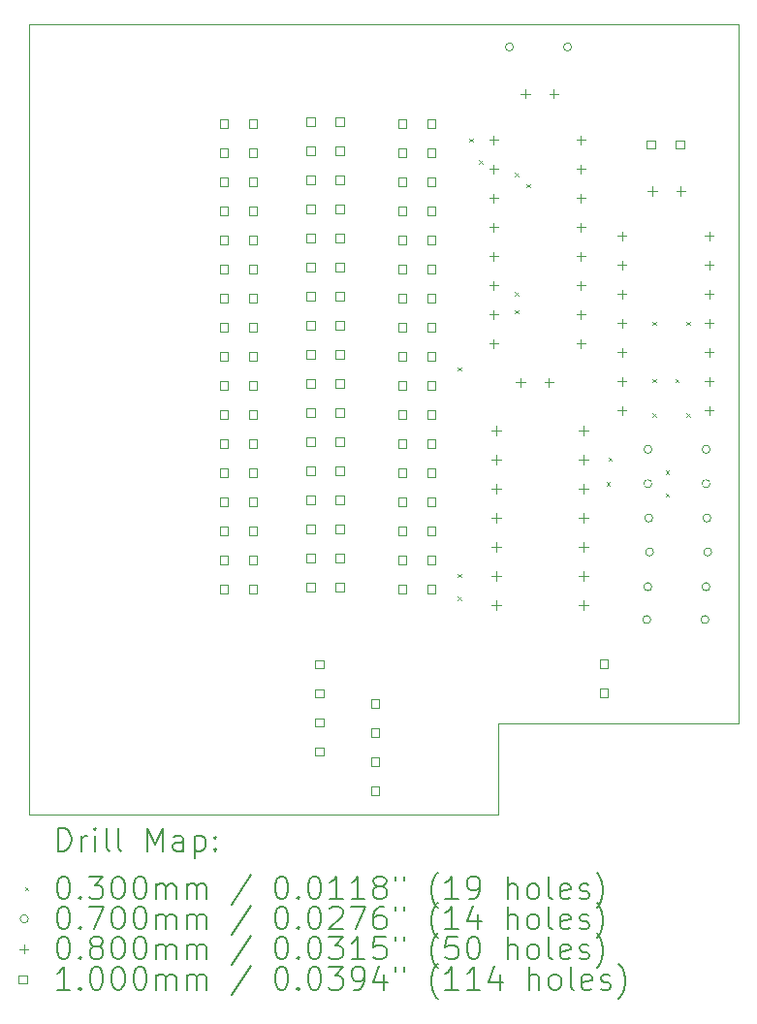
<source format=gbr>
%TF.GenerationSoftware,KiCad,Pcbnew,8.0.4*%
%TF.CreationDate,2024-09-09T13:52:01+01:00*%
%TF.ProjectId,Amiga_internal_floppy_adapter,416d6967-615f-4696-9e74-65726e616c5f,1.0*%
%TF.SameCoordinates,Original*%
%TF.FileFunction,Drillmap*%
%TF.FilePolarity,Positive*%
%FSLAX45Y45*%
G04 Gerber Fmt 4.5, Leading zero omitted, Abs format (unit mm)*
G04 Created by KiCad (PCBNEW 8.0.4) date 2024-09-09 13:52:01*
%MOMM*%
%LPD*%
G01*
G04 APERTURE LIST*
%ADD10C,0.050000*%
%ADD11C,0.200000*%
%ADD12C,0.100000*%
G04 APERTURE END LIST*
D10*
X11237000Y-12792500D02*
X9137000Y-12792500D01*
X9137000Y-13592500D01*
X5037000Y-13592500D01*
X5037000Y-6692500D01*
X11237000Y-6692500D01*
X11237000Y-12792500D01*
D11*
D12*
X8785000Y-9685000D02*
X8815000Y-9715000D01*
X8815000Y-9685000D02*
X8785000Y-9715000D01*
X8785000Y-11485000D02*
X8815000Y-11515000D01*
X8815000Y-11485000D02*
X8785000Y-11515000D01*
X8785000Y-11685000D02*
X8815000Y-11715000D01*
X8815000Y-11685000D02*
X8785000Y-11715000D01*
X8885000Y-7685000D02*
X8915000Y-7715000D01*
X8915000Y-7685000D02*
X8885000Y-7715000D01*
X8970612Y-7877230D02*
X9000612Y-7907230D01*
X9000612Y-7877230D02*
X8970612Y-7907230D01*
X9285000Y-7985000D02*
X9315000Y-8015000D01*
X9315000Y-7985000D02*
X9285000Y-8015000D01*
X9285000Y-9025000D02*
X9315000Y-9055000D01*
X9315000Y-9025000D02*
X9285000Y-9055000D01*
X9285000Y-9185000D02*
X9315000Y-9215000D01*
X9315000Y-9185000D02*
X9285000Y-9215000D01*
X9385000Y-8085000D02*
X9415000Y-8115000D01*
X9415000Y-8085000D02*
X9385000Y-8115000D01*
X10085000Y-10685000D02*
X10115000Y-10715000D01*
X10115000Y-10685000D02*
X10085000Y-10715000D01*
X10100458Y-10469542D02*
X10130458Y-10499542D01*
X10130458Y-10469542D02*
X10100458Y-10499542D01*
X10485000Y-9285000D02*
X10515000Y-9315000D01*
X10515000Y-9285000D02*
X10485000Y-9315000D01*
X10485000Y-9785000D02*
X10515000Y-9815000D01*
X10515000Y-9785000D02*
X10485000Y-9815000D01*
X10485000Y-10085000D02*
X10515000Y-10115000D01*
X10515000Y-10085000D02*
X10485000Y-10115000D01*
X10600427Y-10585000D02*
X10630427Y-10615000D01*
X10630427Y-10585000D02*
X10600427Y-10615000D01*
X10600427Y-10785000D02*
X10630427Y-10815000D01*
X10630427Y-10785000D02*
X10600427Y-10815000D01*
X10685000Y-9785000D02*
X10715000Y-9815000D01*
X10715000Y-9785000D02*
X10685000Y-9815000D01*
X10785000Y-9285000D02*
X10815000Y-9315000D01*
X10815000Y-9285000D02*
X10785000Y-9315000D01*
X10785000Y-10085000D02*
X10815000Y-10115000D01*
X10815000Y-10085000D02*
X10785000Y-10115000D01*
X9271765Y-6886471D02*
G75*
G02*
X9201765Y-6886471I-35000J0D01*
G01*
X9201765Y-6886471D02*
G75*
G02*
X9271765Y-6886471I35000J0D01*
G01*
X9779765Y-6886471D02*
G75*
G02*
X9709765Y-6886471I-35000J0D01*
G01*
X9709765Y-6886471D02*
G75*
G02*
X9779765Y-6886471I35000J0D01*
G01*
X10471083Y-11885966D02*
G75*
G02*
X10401083Y-11885966I-35000J0D01*
G01*
X10401083Y-11885966D02*
G75*
G02*
X10471083Y-11885966I35000J0D01*
G01*
X10481000Y-10400000D02*
G75*
G02*
X10411000Y-10400000I-35000J0D01*
G01*
X10411000Y-10400000D02*
G75*
G02*
X10481000Y-10400000I35000J0D01*
G01*
X10481000Y-10700000D02*
G75*
G02*
X10411000Y-10700000I-35000J0D01*
G01*
X10411000Y-10700000D02*
G75*
G02*
X10481000Y-10700000I35000J0D01*
G01*
X10481000Y-11600000D02*
G75*
G02*
X10411000Y-11600000I-35000J0D01*
G01*
X10411000Y-11600000D02*
G75*
G02*
X10481000Y-11600000I35000J0D01*
G01*
X10489000Y-11000000D02*
G75*
G02*
X10419000Y-11000000I-35000J0D01*
G01*
X10419000Y-11000000D02*
G75*
G02*
X10489000Y-11000000I35000J0D01*
G01*
X10495500Y-11295887D02*
G75*
G02*
X10425500Y-11295887I-35000J0D01*
G01*
X10425500Y-11295887D02*
G75*
G02*
X10495500Y-11295887I35000J0D01*
G01*
X10979083Y-11885966D02*
G75*
G02*
X10909083Y-11885966I-35000J0D01*
G01*
X10909083Y-11885966D02*
G75*
G02*
X10979083Y-11885966I35000J0D01*
G01*
X10989000Y-10400000D02*
G75*
G02*
X10919000Y-10400000I-35000J0D01*
G01*
X10919000Y-10400000D02*
G75*
G02*
X10989000Y-10400000I35000J0D01*
G01*
X10989000Y-10700000D02*
G75*
G02*
X10919000Y-10700000I-35000J0D01*
G01*
X10919000Y-10700000D02*
G75*
G02*
X10989000Y-10700000I35000J0D01*
G01*
X10989000Y-11600000D02*
G75*
G02*
X10919000Y-11600000I-35000J0D01*
G01*
X10919000Y-11600000D02*
G75*
G02*
X10989000Y-11600000I35000J0D01*
G01*
X10997000Y-11000000D02*
G75*
G02*
X10927000Y-11000000I-35000J0D01*
G01*
X10927000Y-11000000D02*
G75*
G02*
X10997000Y-11000000I35000J0D01*
G01*
X11003500Y-11295887D02*
G75*
G02*
X10933500Y-11295887I-35000J0D01*
G01*
X10933500Y-11295887D02*
G75*
G02*
X11003500Y-11295887I35000J0D01*
G01*
X9100000Y-7660000D02*
X9100000Y-7740000D01*
X9060000Y-7700000D02*
X9140000Y-7700000D01*
X9100000Y-7914000D02*
X9100000Y-7994000D01*
X9060000Y-7954000D02*
X9140000Y-7954000D01*
X9100000Y-8168000D02*
X9100000Y-8248000D01*
X9060000Y-8208000D02*
X9140000Y-8208000D01*
X9100000Y-8422000D02*
X9100000Y-8502000D01*
X9060000Y-8462000D02*
X9140000Y-8462000D01*
X9100000Y-8676000D02*
X9100000Y-8756000D01*
X9060000Y-8716000D02*
X9140000Y-8716000D01*
X9100000Y-8930000D02*
X9100000Y-9010000D01*
X9060000Y-8970000D02*
X9140000Y-8970000D01*
X9100000Y-9184000D02*
X9100000Y-9264000D01*
X9060000Y-9224000D02*
X9140000Y-9224000D01*
X9100000Y-9438000D02*
X9100000Y-9518000D01*
X9060000Y-9478000D02*
X9140000Y-9478000D01*
X9120000Y-10197500D02*
X9120000Y-10277500D01*
X9080000Y-10237500D02*
X9160000Y-10237500D01*
X9120000Y-10451500D02*
X9120000Y-10531500D01*
X9080000Y-10491500D02*
X9160000Y-10491500D01*
X9120000Y-10705500D02*
X9120000Y-10785500D01*
X9080000Y-10745500D02*
X9160000Y-10745500D01*
X9120000Y-10959500D02*
X9120000Y-11039500D01*
X9080000Y-10999500D02*
X9160000Y-10999500D01*
X9120000Y-11213500D02*
X9120000Y-11293500D01*
X9080000Y-11253500D02*
X9160000Y-11253500D01*
X9120000Y-11467500D02*
X9120000Y-11547500D01*
X9080000Y-11507500D02*
X9160000Y-11507500D01*
X9120000Y-11721500D02*
X9120000Y-11801500D01*
X9080000Y-11761500D02*
X9160000Y-11761500D01*
X9332000Y-9775500D02*
X9332000Y-9855500D01*
X9292000Y-9815500D02*
X9372000Y-9815500D01*
X9374034Y-7256068D02*
X9374034Y-7336068D01*
X9334034Y-7296068D02*
X9414034Y-7296068D01*
X9582000Y-9775500D02*
X9582000Y-9855500D01*
X9542000Y-9815500D02*
X9622000Y-9815500D01*
X9624034Y-7256068D02*
X9624034Y-7336068D01*
X9584034Y-7296068D02*
X9664034Y-7296068D01*
X9862000Y-7660000D02*
X9862000Y-7740000D01*
X9822000Y-7700000D02*
X9902000Y-7700000D01*
X9862000Y-7914000D02*
X9862000Y-7994000D01*
X9822000Y-7954000D02*
X9902000Y-7954000D01*
X9862000Y-8168000D02*
X9862000Y-8248000D01*
X9822000Y-8208000D02*
X9902000Y-8208000D01*
X9862000Y-8422000D02*
X9862000Y-8502000D01*
X9822000Y-8462000D02*
X9902000Y-8462000D01*
X9862000Y-8676000D02*
X9862000Y-8756000D01*
X9822000Y-8716000D02*
X9902000Y-8716000D01*
X9862000Y-8930000D02*
X9862000Y-9010000D01*
X9822000Y-8970000D02*
X9902000Y-8970000D01*
X9862000Y-9184000D02*
X9862000Y-9264000D01*
X9822000Y-9224000D02*
X9902000Y-9224000D01*
X9862000Y-9438000D02*
X9862000Y-9518000D01*
X9822000Y-9478000D02*
X9902000Y-9478000D01*
X9882000Y-10197500D02*
X9882000Y-10277500D01*
X9842000Y-10237500D02*
X9922000Y-10237500D01*
X9882000Y-10451500D02*
X9882000Y-10531500D01*
X9842000Y-10491500D02*
X9922000Y-10491500D01*
X9882000Y-10705500D02*
X9882000Y-10785500D01*
X9842000Y-10745500D02*
X9922000Y-10745500D01*
X9882000Y-10959500D02*
X9882000Y-11039500D01*
X9842000Y-10999500D02*
X9922000Y-10999500D01*
X9882000Y-11213500D02*
X9882000Y-11293500D01*
X9842000Y-11253500D02*
X9922000Y-11253500D01*
X9882000Y-11467500D02*
X9882000Y-11547500D01*
X9842000Y-11507500D02*
X9922000Y-11507500D01*
X9882000Y-11721500D02*
X9882000Y-11801500D01*
X9842000Y-11761500D02*
X9922000Y-11761500D01*
X10220000Y-8497500D02*
X10220000Y-8577500D01*
X10180000Y-8537500D02*
X10260000Y-8537500D01*
X10220000Y-8751500D02*
X10220000Y-8831500D01*
X10180000Y-8791500D02*
X10260000Y-8791500D01*
X10220000Y-9005500D02*
X10220000Y-9085500D01*
X10180000Y-9045500D02*
X10260000Y-9045500D01*
X10220000Y-9259500D02*
X10220000Y-9339500D01*
X10180000Y-9299500D02*
X10260000Y-9299500D01*
X10220000Y-9513500D02*
X10220000Y-9593500D01*
X10180000Y-9553500D02*
X10260000Y-9553500D01*
X10220000Y-9767500D02*
X10220000Y-9847500D01*
X10180000Y-9807500D02*
X10260000Y-9807500D01*
X10220000Y-10021500D02*
X10220000Y-10101500D01*
X10180000Y-10061500D02*
X10260000Y-10061500D01*
X10483000Y-8105000D02*
X10483000Y-8185000D01*
X10443000Y-8145000D02*
X10523000Y-8145000D01*
X10733000Y-8105000D02*
X10733000Y-8185000D01*
X10693000Y-8145000D02*
X10773000Y-8145000D01*
X10982000Y-8497500D02*
X10982000Y-8577500D01*
X10942000Y-8537500D02*
X11022000Y-8537500D01*
X10982000Y-8751500D02*
X10982000Y-8831500D01*
X10942000Y-8791500D02*
X11022000Y-8791500D01*
X10982000Y-9005500D02*
X10982000Y-9085500D01*
X10942000Y-9045500D02*
X11022000Y-9045500D01*
X10982000Y-9259500D02*
X10982000Y-9339500D01*
X10942000Y-9299500D02*
X11022000Y-9299500D01*
X10982000Y-9513500D02*
X10982000Y-9593500D01*
X10942000Y-9553500D02*
X11022000Y-9553500D01*
X10982000Y-9767500D02*
X10982000Y-9847500D01*
X10942000Y-9807500D02*
X11022000Y-9807500D01*
X10982000Y-10021500D02*
X10982000Y-10101500D01*
X10942000Y-10061500D02*
X11022000Y-10061500D01*
X6776856Y-7590356D02*
X6776856Y-7519644D01*
X6706144Y-7519644D01*
X6706144Y-7590356D01*
X6776856Y-7590356D01*
X6776856Y-7844356D02*
X6776856Y-7773644D01*
X6706144Y-7773644D01*
X6706144Y-7844356D01*
X6776856Y-7844356D01*
X6776856Y-8098356D02*
X6776856Y-8027644D01*
X6706144Y-8027644D01*
X6706144Y-8098356D01*
X6776856Y-8098356D01*
X6776856Y-8352356D02*
X6776856Y-8281644D01*
X6706144Y-8281644D01*
X6706144Y-8352356D01*
X6776856Y-8352356D01*
X6776856Y-8606356D02*
X6776856Y-8535644D01*
X6706144Y-8535644D01*
X6706144Y-8606356D01*
X6776856Y-8606356D01*
X6776856Y-8860356D02*
X6776856Y-8789644D01*
X6706144Y-8789644D01*
X6706144Y-8860356D01*
X6776856Y-8860356D01*
X6776856Y-9114356D02*
X6776856Y-9043644D01*
X6706144Y-9043644D01*
X6706144Y-9114356D01*
X6776856Y-9114356D01*
X6776856Y-9368356D02*
X6776856Y-9297644D01*
X6706144Y-9297644D01*
X6706144Y-9368356D01*
X6776856Y-9368356D01*
X6776856Y-9622356D02*
X6776856Y-9551644D01*
X6706144Y-9551644D01*
X6706144Y-9622356D01*
X6776856Y-9622356D01*
X6776856Y-9876356D02*
X6776856Y-9805644D01*
X6706144Y-9805644D01*
X6706144Y-9876356D01*
X6776856Y-9876356D01*
X6776856Y-10130356D02*
X6776856Y-10059644D01*
X6706144Y-10059644D01*
X6706144Y-10130356D01*
X6776856Y-10130356D01*
X6776856Y-10384356D02*
X6776856Y-10313644D01*
X6706144Y-10313644D01*
X6706144Y-10384356D01*
X6776856Y-10384356D01*
X6776856Y-10638356D02*
X6776856Y-10567644D01*
X6706144Y-10567644D01*
X6706144Y-10638356D01*
X6776856Y-10638356D01*
X6776856Y-10892356D02*
X6776856Y-10821644D01*
X6706144Y-10821644D01*
X6706144Y-10892356D01*
X6776856Y-10892356D01*
X6776856Y-11146356D02*
X6776856Y-11075644D01*
X6706144Y-11075644D01*
X6706144Y-11146356D01*
X6776856Y-11146356D01*
X6776856Y-11400356D02*
X6776856Y-11329644D01*
X6706144Y-11329644D01*
X6706144Y-11400356D01*
X6776856Y-11400356D01*
X6776856Y-11654356D02*
X6776856Y-11583644D01*
X6706144Y-11583644D01*
X6706144Y-11654356D01*
X6776856Y-11654356D01*
X7030856Y-7590356D02*
X7030856Y-7519644D01*
X6960144Y-7519644D01*
X6960144Y-7590356D01*
X7030856Y-7590356D01*
X7030856Y-7844356D02*
X7030856Y-7773644D01*
X6960144Y-7773644D01*
X6960144Y-7844356D01*
X7030856Y-7844356D01*
X7030856Y-8098356D02*
X7030856Y-8027644D01*
X6960144Y-8027644D01*
X6960144Y-8098356D01*
X7030856Y-8098356D01*
X7030856Y-8352356D02*
X7030856Y-8281644D01*
X6960144Y-8281644D01*
X6960144Y-8352356D01*
X7030856Y-8352356D01*
X7030856Y-8606356D02*
X7030856Y-8535644D01*
X6960144Y-8535644D01*
X6960144Y-8606356D01*
X7030856Y-8606356D01*
X7030856Y-8860356D02*
X7030856Y-8789644D01*
X6960144Y-8789644D01*
X6960144Y-8860356D01*
X7030856Y-8860356D01*
X7030856Y-9114356D02*
X7030856Y-9043644D01*
X6960144Y-9043644D01*
X6960144Y-9114356D01*
X7030856Y-9114356D01*
X7030856Y-9368356D02*
X7030856Y-9297644D01*
X6960144Y-9297644D01*
X6960144Y-9368356D01*
X7030856Y-9368356D01*
X7030856Y-9622356D02*
X7030856Y-9551644D01*
X6960144Y-9551644D01*
X6960144Y-9622356D01*
X7030856Y-9622356D01*
X7030856Y-9876356D02*
X7030856Y-9805644D01*
X6960144Y-9805644D01*
X6960144Y-9876356D01*
X7030856Y-9876356D01*
X7030856Y-10130356D02*
X7030856Y-10059644D01*
X6960144Y-10059644D01*
X6960144Y-10130356D01*
X7030856Y-10130356D01*
X7030856Y-10384356D02*
X7030856Y-10313644D01*
X6960144Y-10313644D01*
X6960144Y-10384356D01*
X7030856Y-10384356D01*
X7030856Y-10638356D02*
X7030856Y-10567644D01*
X6960144Y-10567644D01*
X6960144Y-10638356D01*
X7030856Y-10638356D01*
X7030856Y-10892356D02*
X7030856Y-10821644D01*
X6960144Y-10821644D01*
X6960144Y-10892356D01*
X7030856Y-10892356D01*
X7030856Y-11146356D02*
X7030856Y-11075644D01*
X6960144Y-11075644D01*
X6960144Y-11146356D01*
X7030856Y-11146356D01*
X7030856Y-11400356D02*
X7030856Y-11329644D01*
X6960144Y-11329644D01*
X6960144Y-11400356D01*
X7030856Y-11400356D01*
X7030856Y-11654356D02*
X7030856Y-11583644D01*
X6960144Y-11583644D01*
X6960144Y-11654356D01*
X7030856Y-11654356D01*
X7535356Y-7573356D02*
X7535356Y-7502644D01*
X7464644Y-7502644D01*
X7464644Y-7573356D01*
X7535356Y-7573356D01*
X7535356Y-7827356D02*
X7535356Y-7756644D01*
X7464644Y-7756644D01*
X7464644Y-7827356D01*
X7535356Y-7827356D01*
X7535356Y-8081356D02*
X7535356Y-8010644D01*
X7464644Y-8010644D01*
X7464644Y-8081356D01*
X7535356Y-8081356D01*
X7535356Y-8335356D02*
X7535356Y-8264644D01*
X7464644Y-8264644D01*
X7464644Y-8335356D01*
X7535356Y-8335356D01*
X7535356Y-8589356D02*
X7535356Y-8518644D01*
X7464644Y-8518644D01*
X7464644Y-8589356D01*
X7535356Y-8589356D01*
X7535356Y-8843356D02*
X7535356Y-8772644D01*
X7464644Y-8772644D01*
X7464644Y-8843356D01*
X7535356Y-8843356D01*
X7535356Y-9097356D02*
X7535356Y-9026644D01*
X7464644Y-9026644D01*
X7464644Y-9097356D01*
X7535356Y-9097356D01*
X7535356Y-9351356D02*
X7535356Y-9280644D01*
X7464644Y-9280644D01*
X7464644Y-9351356D01*
X7535356Y-9351356D01*
X7535356Y-9605356D02*
X7535356Y-9534644D01*
X7464644Y-9534644D01*
X7464644Y-9605356D01*
X7535356Y-9605356D01*
X7535356Y-9859356D02*
X7535356Y-9788644D01*
X7464644Y-9788644D01*
X7464644Y-9859356D01*
X7535356Y-9859356D01*
X7535356Y-10113356D02*
X7535356Y-10042644D01*
X7464644Y-10042644D01*
X7464644Y-10113356D01*
X7535356Y-10113356D01*
X7535356Y-10367356D02*
X7535356Y-10296644D01*
X7464644Y-10296644D01*
X7464644Y-10367356D01*
X7535356Y-10367356D01*
X7535356Y-10621356D02*
X7535356Y-10550644D01*
X7464644Y-10550644D01*
X7464644Y-10621356D01*
X7535356Y-10621356D01*
X7535356Y-10875356D02*
X7535356Y-10804644D01*
X7464644Y-10804644D01*
X7464644Y-10875356D01*
X7535356Y-10875356D01*
X7535356Y-11129356D02*
X7535356Y-11058644D01*
X7464644Y-11058644D01*
X7464644Y-11129356D01*
X7535356Y-11129356D01*
X7535356Y-11383356D02*
X7535356Y-11312644D01*
X7464644Y-11312644D01*
X7464644Y-11383356D01*
X7535356Y-11383356D01*
X7535356Y-11637356D02*
X7535356Y-11566644D01*
X7464644Y-11566644D01*
X7464644Y-11637356D01*
X7535356Y-11637356D01*
X7610356Y-12312356D02*
X7610356Y-12241644D01*
X7539644Y-12241644D01*
X7539644Y-12312356D01*
X7610356Y-12312356D01*
X7610356Y-12566356D02*
X7610356Y-12495644D01*
X7539644Y-12495644D01*
X7539644Y-12566356D01*
X7610356Y-12566356D01*
X7610356Y-12820356D02*
X7610356Y-12749644D01*
X7539644Y-12749644D01*
X7539644Y-12820356D01*
X7610356Y-12820356D01*
X7610356Y-13074356D02*
X7610356Y-13003644D01*
X7539644Y-13003644D01*
X7539644Y-13074356D01*
X7610356Y-13074356D01*
X7789356Y-7573356D02*
X7789356Y-7502644D01*
X7718644Y-7502644D01*
X7718644Y-7573356D01*
X7789356Y-7573356D01*
X7789356Y-7827356D02*
X7789356Y-7756644D01*
X7718644Y-7756644D01*
X7718644Y-7827356D01*
X7789356Y-7827356D01*
X7789356Y-8081356D02*
X7789356Y-8010644D01*
X7718644Y-8010644D01*
X7718644Y-8081356D01*
X7789356Y-8081356D01*
X7789356Y-8335356D02*
X7789356Y-8264644D01*
X7718644Y-8264644D01*
X7718644Y-8335356D01*
X7789356Y-8335356D01*
X7789356Y-8589356D02*
X7789356Y-8518644D01*
X7718644Y-8518644D01*
X7718644Y-8589356D01*
X7789356Y-8589356D01*
X7789356Y-8843356D02*
X7789356Y-8772644D01*
X7718644Y-8772644D01*
X7718644Y-8843356D01*
X7789356Y-8843356D01*
X7789356Y-9097356D02*
X7789356Y-9026644D01*
X7718644Y-9026644D01*
X7718644Y-9097356D01*
X7789356Y-9097356D01*
X7789356Y-9351356D02*
X7789356Y-9280644D01*
X7718644Y-9280644D01*
X7718644Y-9351356D01*
X7789356Y-9351356D01*
X7789356Y-9605356D02*
X7789356Y-9534644D01*
X7718644Y-9534644D01*
X7718644Y-9605356D01*
X7789356Y-9605356D01*
X7789356Y-9859356D02*
X7789356Y-9788644D01*
X7718644Y-9788644D01*
X7718644Y-9859356D01*
X7789356Y-9859356D01*
X7789356Y-10113356D02*
X7789356Y-10042644D01*
X7718644Y-10042644D01*
X7718644Y-10113356D01*
X7789356Y-10113356D01*
X7789356Y-10367356D02*
X7789356Y-10296644D01*
X7718644Y-10296644D01*
X7718644Y-10367356D01*
X7789356Y-10367356D01*
X7789356Y-10621356D02*
X7789356Y-10550644D01*
X7718644Y-10550644D01*
X7718644Y-10621356D01*
X7789356Y-10621356D01*
X7789356Y-10875356D02*
X7789356Y-10804644D01*
X7718644Y-10804644D01*
X7718644Y-10875356D01*
X7789356Y-10875356D01*
X7789356Y-11129356D02*
X7789356Y-11058644D01*
X7718644Y-11058644D01*
X7718644Y-11129356D01*
X7789356Y-11129356D01*
X7789356Y-11383356D02*
X7789356Y-11312644D01*
X7718644Y-11312644D01*
X7718644Y-11383356D01*
X7789356Y-11383356D01*
X7789356Y-11637356D02*
X7789356Y-11566644D01*
X7718644Y-11566644D01*
X7718644Y-11637356D01*
X7789356Y-11637356D01*
X8097856Y-12655356D02*
X8097856Y-12584644D01*
X8027144Y-12584644D01*
X8027144Y-12655356D01*
X8097856Y-12655356D01*
X8097856Y-12909356D02*
X8097856Y-12838644D01*
X8027144Y-12838644D01*
X8027144Y-12909356D01*
X8097856Y-12909356D01*
X8097856Y-13163356D02*
X8097856Y-13092644D01*
X8027144Y-13092644D01*
X8027144Y-13163356D01*
X8097856Y-13163356D01*
X8097856Y-13417356D02*
X8097856Y-13346644D01*
X8027144Y-13346644D01*
X8027144Y-13417356D01*
X8097856Y-13417356D01*
X8335356Y-7590356D02*
X8335356Y-7519644D01*
X8264644Y-7519644D01*
X8264644Y-7590356D01*
X8335356Y-7590356D01*
X8335356Y-7844356D02*
X8335356Y-7773644D01*
X8264644Y-7773644D01*
X8264644Y-7844356D01*
X8335356Y-7844356D01*
X8335356Y-8098356D02*
X8335356Y-8027644D01*
X8264644Y-8027644D01*
X8264644Y-8098356D01*
X8335356Y-8098356D01*
X8335356Y-8352356D02*
X8335356Y-8281644D01*
X8264644Y-8281644D01*
X8264644Y-8352356D01*
X8335356Y-8352356D01*
X8335356Y-8606356D02*
X8335356Y-8535644D01*
X8264644Y-8535644D01*
X8264644Y-8606356D01*
X8335356Y-8606356D01*
X8335356Y-8860356D02*
X8335356Y-8789644D01*
X8264644Y-8789644D01*
X8264644Y-8860356D01*
X8335356Y-8860356D01*
X8335356Y-9114356D02*
X8335356Y-9043644D01*
X8264644Y-9043644D01*
X8264644Y-9114356D01*
X8335356Y-9114356D01*
X8335356Y-9368356D02*
X8335356Y-9297644D01*
X8264644Y-9297644D01*
X8264644Y-9368356D01*
X8335356Y-9368356D01*
X8335356Y-9622356D02*
X8335356Y-9551644D01*
X8264644Y-9551644D01*
X8264644Y-9622356D01*
X8335356Y-9622356D01*
X8335356Y-9876356D02*
X8335356Y-9805644D01*
X8264644Y-9805644D01*
X8264644Y-9876356D01*
X8335356Y-9876356D01*
X8335356Y-10130356D02*
X8335356Y-10059644D01*
X8264644Y-10059644D01*
X8264644Y-10130356D01*
X8335356Y-10130356D01*
X8335356Y-10384356D02*
X8335356Y-10313644D01*
X8264644Y-10313644D01*
X8264644Y-10384356D01*
X8335356Y-10384356D01*
X8335356Y-10638356D02*
X8335356Y-10567644D01*
X8264644Y-10567644D01*
X8264644Y-10638356D01*
X8335356Y-10638356D01*
X8335356Y-10892356D02*
X8335356Y-10821644D01*
X8264644Y-10821644D01*
X8264644Y-10892356D01*
X8335356Y-10892356D01*
X8335356Y-11146356D02*
X8335356Y-11075644D01*
X8264644Y-11075644D01*
X8264644Y-11146356D01*
X8335356Y-11146356D01*
X8335356Y-11400356D02*
X8335356Y-11329644D01*
X8264644Y-11329644D01*
X8264644Y-11400356D01*
X8335356Y-11400356D01*
X8335356Y-11654356D02*
X8335356Y-11583644D01*
X8264644Y-11583644D01*
X8264644Y-11654356D01*
X8335356Y-11654356D01*
X8589356Y-7590356D02*
X8589356Y-7519644D01*
X8518644Y-7519644D01*
X8518644Y-7590356D01*
X8589356Y-7590356D01*
X8589356Y-7844356D02*
X8589356Y-7773644D01*
X8518644Y-7773644D01*
X8518644Y-7844356D01*
X8589356Y-7844356D01*
X8589356Y-8098356D02*
X8589356Y-8027644D01*
X8518644Y-8027644D01*
X8518644Y-8098356D01*
X8589356Y-8098356D01*
X8589356Y-8352356D02*
X8589356Y-8281644D01*
X8518644Y-8281644D01*
X8518644Y-8352356D01*
X8589356Y-8352356D01*
X8589356Y-8606356D02*
X8589356Y-8535644D01*
X8518644Y-8535644D01*
X8518644Y-8606356D01*
X8589356Y-8606356D01*
X8589356Y-8860356D02*
X8589356Y-8789644D01*
X8518644Y-8789644D01*
X8518644Y-8860356D01*
X8589356Y-8860356D01*
X8589356Y-9114356D02*
X8589356Y-9043644D01*
X8518644Y-9043644D01*
X8518644Y-9114356D01*
X8589356Y-9114356D01*
X8589356Y-9368356D02*
X8589356Y-9297644D01*
X8518644Y-9297644D01*
X8518644Y-9368356D01*
X8589356Y-9368356D01*
X8589356Y-9622356D02*
X8589356Y-9551644D01*
X8518644Y-9551644D01*
X8518644Y-9622356D01*
X8589356Y-9622356D01*
X8589356Y-9876356D02*
X8589356Y-9805644D01*
X8518644Y-9805644D01*
X8518644Y-9876356D01*
X8589356Y-9876356D01*
X8589356Y-10130356D02*
X8589356Y-10059644D01*
X8518644Y-10059644D01*
X8518644Y-10130356D01*
X8589356Y-10130356D01*
X8589356Y-10384356D02*
X8589356Y-10313644D01*
X8518644Y-10313644D01*
X8518644Y-10384356D01*
X8589356Y-10384356D01*
X8589356Y-10638356D02*
X8589356Y-10567644D01*
X8518644Y-10567644D01*
X8518644Y-10638356D01*
X8589356Y-10638356D01*
X8589356Y-10892356D02*
X8589356Y-10821644D01*
X8518644Y-10821644D01*
X8518644Y-10892356D01*
X8589356Y-10892356D01*
X8589356Y-11146356D02*
X8589356Y-11075644D01*
X8518644Y-11075644D01*
X8518644Y-11146356D01*
X8589356Y-11146356D01*
X8589356Y-11400356D02*
X8589356Y-11329644D01*
X8518644Y-11329644D01*
X8518644Y-11400356D01*
X8589356Y-11400356D01*
X8589356Y-11654356D02*
X8589356Y-11583644D01*
X8518644Y-11583644D01*
X8518644Y-11654356D01*
X8589356Y-11654356D01*
X10097856Y-12307856D02*
X10097856Y-12237144D01*
X10027144Y-12237144D01*
X10027144Y-12307856D01*
X10097856Y-12307856D01*
X10097856Y-12561856D02*
X10097856Y-12491144D01*
X10027144Y-12491144D01*
X10027144Y-12561856D01*
X10097856Y-12561856D01*
X10507856Y-7772856D02*
X10507856Y-7702144D01*
X10437144Y-7702144D01*
X10437144Y-7772856D01*
X10507856Y-7772856D01*
X10761856Y-7772856D02*
X10761856Y-7702144D01*
X10691144Y-7702144D01*
X10691144Y-7772856D01*
X10761856Y-7772856D01*
D11*
X5295277Y-13906484D02*
X5295277Y-13706484D01*
X5295277Y-13706484D02*
X5342896Y-13706484D01*
X5342896Y-13706484D02*
X5371467Y-13716008D01*
X5371467Y-13716008D02*
X5390515Y-13735055D01*
X5390515Y-13735055D02*
X5400039Y-13754103D01*
X5400039Y-13754103D02*
X5409563Y-13792198D01*
X5409563Y-13792198D02*
X5409563Y-13820769D01*
X5409563Y-13820769D02*
X5400039Y-13858865D01*
X5400039Y-13858865D02*
X5390515Y-13877912D01*
X5390515Y-13877912D02*
X5371467Y-13896960D01*
X5371467Y-13896960D02*
X5342896Y-13906484D01*
X5342896Y-13906484D02*
X5295277Y-13906484D01*
X5495277Y-13906484D02*
X5495277Y-13773150D01*
X5495277Y-13811246D02*
X5504801Y-13792198D01*
X5504801Y-13792198D02*
X5514324Y-13782674D01*
X5514324Y-13782674D02*
X5533372Y-13773150D01*
X5533372Y-13773150D02*
X5552420Y-13773150D01*
X5619086Y-13906484D02*
X5619086Y-13773150D01*
X5619086Y-13706484D02*
X5609562Y-13716008D01*
X5609562Y-13716008D02*
X5619086Y-13725531D01*
X5619086Y-13725531D02*
X5628610Y-13716008D01*
X5628610Y-13716008D02*
X5619086Y-13706484D01*
X5619086Y-13706484D02*
X5619086Y-13725531D01*
X5742896Y-13906484D02*
X5723848Y-13896960D01*
X5723848Y-13896960D02*
X5714324Y-13877912D01*
X5714324Y-13877912D02*
X5714324Y-13706484D01*
X5847658Y-13906484D02*
X5828610Y-13896960D01*
X5828610Y-13896960D02*
X5819086Y-13877912D01*
X5819086Y-13877912D02*
X5819086Y-13706484D01*
X6076229Y-13906484D02*
X6076229Y-13706484D01*
X6076229Y-13706484D02*
X6142896Y-13849341D01*
X6142896Y-13849341D02*
X6209562Y-13706484D01*
X6209562Y-13706484D02*
X6209562Y-13906484D01*
X6390515Y-13906484D02*
X6390515Y-13801722D01*
X6390515Y-13801722D02*
X6380991Y-13782674D01*
X6380991Y-13782674D02*
X6361943Y-13773150D01*
X6361943Y-13773150D02*
X6323848Y-13773150D01*
X6323848Y-13773150D02*
X6304801Y-13782674D01*
X6390515Y-13896960D02*
X6371467Y-13906484D01*
X6371467Y-13906484D02*
X6323848Y-13906484D01*
X6323848Y-13906484D02*
X6304801Y-13896960D01*
X6304801Y-13896960D02*
X6295277Y-13877912D01*
X6295277Y-13877912D02*
X6295277Y-13858865D01*
X6295277Y-13858865D02*
X6304801Y-13839817D01*
X6304801Y-13839817D02*
X6323848Y-13830293D01*
X6323848Y-13830293D02*
X6371467Y-13830293D01*
X6371467Y-13830293D02*
X6390515Y-13820769D01*
X6485753Y-13773150D02*
X6485753Y-13973150D01*
X6485753Y-13782674D02*
X6504801Y-13773150D01*
X6504801Y-13773150D02*
X6542896Y-13773150D01*
X6542896Y-13773150D02*
X6561943Y-13782674D01*
X6561943Y-13782674D02*
X6571467Y-13792198D01*
X6571467Y-13792198D02*
X6580991Y-13811246D01*
X6580991Y-13811246D02*
X6580991Y-13868388D01*
X6580991Y-13868388D02*
X6571467Y-13887436D01*
X6571467Y-13887436D02*
X6561943Y-13896960D01*
X6561943Y-13896960D02*
X6542896Y-13906484D01*
X6542896Y-13906484D02*
X6504801Y-13906484D01*
X6504801Y-13906484D02*
X6485753Y-13896960D01*
X6666705Y-13887436D02*
X6676229Y-13896960D01*
X6676229Y-13896960D02*
X6666705Y-13906484D01*
X6666705Y-13906484D02*
X6657182Y-13896960D01*
X6657182Y-13896960D02*
X6666705Y-13887436D01*
X6666705Y-13887436D02*
X6666705Y-13906484D01*
X6666705Y-13782674D02*
X6676229Y-13792198D01*
X6676229Y-13792198D02*
X6666705Y-13801722D01*
X6666705Y-13801722D02*
X6657182Y-13792198D01*
X6657182Y-13792198D02*
X6666705Y-13782674D01*
X6666705Y-13782674D02*
X6666705Y-13801722D01*
D12*
X5004500Y-14220000D02*
X5034500Y-14250000D01*
X5034500Y-14220000D02*
X5004500Y-14250000D01*
D11*
X5333372Y-14126484D02*
X5352420Y-14126484D01*
X5352420Y-14126484D02*
X5371467Y-14136008D01*
X5371467Y-14136008D02*
X5380991Y-14145531D01*
X5380991Y-14145531D02*
X5390515Y-14164579D01*
X5390515Y-14164579D02*
X5400039Y-14202674D01*
X5400039Y-14202674D02*
X5400039Y-14250293D01*
X5400039Y-14250293D02*
X5390515Y-14288388D01*
X5390515Y-14288388D02*
X5380991Y-14307436D01*
X5380991Y-14307436D02*
X5371467Y-14316960D01*
X5371467Y-14316960D02*
X5352420Y-14326484D01*
X5352420Y-14326484D02*
X5333372Y-14326484D01*
X5333372Y-14326484D02*
X5314324Y-14316960D01*
X5314324Y-14316960D02*
X5304801Y-14307436D01*
X5304801Y-14307436D02*
X5295277Y-14288388D01*
X5295277Y-14288388D02*
X5285753Y-14250293D01*
X5285753Y-14250293D02*
X5285753Y-14202674D01*
X5285753Y-14202674D02*
X5295277Y-14164579D01*
X5295277Y-14164579D02*
X5304801Y-14145531D01*
X5304801Y-14145531D02*
X5314324Y-14136008D01*
X5314324Y-14136008D02*
X5333372Y-14126484D01*
X5485753Y-14307436D02*
X5495277Y-14316960D01*
X5495277Y-14316960D02*
X5485753Y-14326484D01*
X5485753Y-14326484D02*
X5476229Y-14316960D01*
X5476229Y-14316960D02*
X5485753Y-14307436D01*
X5485753Y-14307436D02*
X5485753Y-14326484D01*
X5561944Y-14126484D02*
X5685753Y-14126484D01*
X5685753Y-14126484D02*
X5619086Y-14202674D01*
X5619086Y-14202674D02*
X5647658Y-14202674D01*
X5647658Y-14202674D02*
X5666705Y-14212198D01*
X5666705Y-14212198D02*
X5676229Y-14221722D01*
X5676229Y-14221722D02*
X5685753Y-14240769D01*
X5685753Y-14240769D02*
X5685753Y-14288388D01*
X5685753Y-14288388D02*
X5676229Y-14307436D01*
X5676229Y-14307436D02*
X5666705Y-14316960D01*
X5666705Y-14316960D02*
X5647658Y-14326484D01*
X5647658Y-14326484D02*
X5590515Y-14326484D01*
X5590515Y-14326484D02*
X5571467Y-14316960D01*
X5571467Y-14316960D02*
X5561944Y-14307436D01*
X5809562Y-14126484D02*
X5828610Y-14126484D01*
X5828610Y-14126484D02*
X5847658Y-14136008D01*
X5847658Y-14136008D02*
X5857182Y-14145531D01*
X5857182Y-14145531D02*
X5866705Y-14164579D01*
X5866705Y-14164579D02*
X5876229Y-14202674D01*
X5876229Y-14202674D02*
X5876229Y-14250293D01*
X5876229Y-14250293D02*
X5866705Y-14288388D01*
X5866705Y-14288388D02*
X5857182Y-14307436D01*
X5857182Y-14307436D02*
X5847658Y-14316960D01*
X5847658Y-14316960D02*
X5828610Y-14326484D01*
X5828610Y-14326484D02*
X5809562Y-14326484D01*
X5809562Y-14326484D02*
X5790515Y-14316960D01*
X5790515Y-14316960D02*
X5780991Y-14307436D01*
X5780991Y-14307436D02*
X5771467Y-14288388D01*
X5771467Y-14288388D02*
X5761943Y-14250293D01*
X5761943Y-14250293D02*
X5761943Y-14202674D01*
X5761943Y-14202674D02*
X5771467Y-14164579D01*
X5771467Y-14164579D02*
X5780991Y-14145531D01*
X5780991Y-14145531D02*
X5790515Y-14136008D01*
X5790515Y-14136008D02*
X5809562Y-14126484D01*
X6000039Y-14126484D02*
X6019086Y-14126484D01*
X6019086Y-14126484D02*
X6038134Y-14136008D01*
X6038134Y-14136008D02*
X6047658Y-14145531D01*
X6047658Y-14145531D02*
X6057182Y-14164579D01*
X6057182Y-14164579D02*
X6066705Y-14202674D01*
X6066705Y-14202674D02*
X6066705Y-14250293D01*
X6066705Y-14250293D02*
X6057182Y-14288388D01*
X6057182Y-14288388D02*
X6047658Y-14307436D01*
X6047658Y-14307436D02*
X6038134Y-14316960D01*
X6038134Y-14316960D02*
X6019086Y-14326484D01*
X6019086Y-14326484D02*
X6000039Y-14326484D01*
X6000039Y-14326484D02*
X5980991Y-14316960D01*
X5980991Y-14316960D02*
X5971467Y-14307436D01*
X5971467Y-14307436D02*
X5961943Y-14288388D01*
X5961943Y-14288388D02*
X5952420Y-14250293D01*
X5952420Y-14250293D02*
X5952420Y-14202674D01*
X5952420Y-14202674D02*
X5961943Y-14164579D01*
X5961943Y-14164579D02*
X5971467Y-14145531D01*
X5971467Y-14145531D02*
X5980991Y-14136008D01*
X5980991Y-14136008D02*
X6000039Y-14126484D01*
X6152420Y-14326484D02*
X6152420Y-14193150D01*
X6152420Y-14212198D02*
X6161943Y-14202674D01*
X6161943Y-14202674D02*
X6180991Y-14193150D01*
X6180991Y-14193150D02*
X6209563Y-14193150D01*
X6209563Y-14193150D02*
X6228610Y-14202674D01*
X6228610Y-14202674D02*
X6238134Y-14221722D01*
X6238134Y-14221722D02*
X6238134Y-14326484D01*
X6238134Y-14221722D02*
X6247658Y-14202674D01*
X6247658Y-14202674D02*
X6266705Y-14193150D01*
X6266705Y-14193150D02*
X6295277Y-14193150D01*
X6295277Y-14193150D02*
X6314324Y-14202674D01*
X6314324Y-14202674D02*
X6323848Y-14221722D01*
X6323848Y-14221722D02*
X6323848Y-14326484D01*
X6419086Y-14326484D02*
X6419086Y-14193150D01*
X6419086Y-14212198D02*
X6428610Y-14202674D01*
X6428610Y-14202674D02*
X6447658Y-14193150D01*
X6447658Y-14193150D02*
X6476229Y-14193150D01*
X6476229Y-14193150D02*
X6495277Y-14202674D01*
X6495277Y-14202674D02*
X6504801Y-14221722D01*
X6504801Y-14221722D02*
X6504801Y-14326484D01*
X6504801Y-14221722D02*
X6514324Y-14202674D01*
X6514324Y-14202674D02*
X6533372Y-14193150D01*
X6533372Y-14193150D02*
X6561943Y-14193150D01*
X6561943Y-14193150D02*
X6580991Y-14202674D01*
X6580991Y-14202674D02*
X6590515Y-14221722D01*
X6590515Y-14221722D02*
X6590515Y-14326484D01*
X6980991Y-14116960D02*
X6809563Y-14374103D01*
X7238134Y-14126484D02*
X7257182Y-14126484D01*
X7257182Y-14126484D02*
X7276229Y-14136008D01*
X7276229Y-14136008D02*
X7285753Y-14145531D01*
X7285753Y-14145531D02*
X7295277Y-14164579D01*
X7295277Y-14164579D02*
X7304801Y-14202674D01*
X7304801Y-14202674D02*
X7304801Y-14250293D01*
X7304801Y-14250293D02*
X7295277Y-14288388D01*
X7295277Y-14288388D02*
X7285753Y-14307436D01*
X7285753Y-14307436D02*
X7276229Y-14316960D01*
X7276229Y-14316960D02*
X7257182Y-14326484D01*
X7257182Y-14326484D02*
X7238134Y-14326484D01*
X7238134Y-14326484D02*
X7219086Y-14316960D01*
X7219086Y-14316960D02*
X7209563Y-14307436D01*
X7209563Y-14307436D02*
X7200039Y-14288388D01*
X7200039Y-14288388D02*
X7190515Y-14250293D01*
X7190515Y-14250293D02*
X7190515Y-14202674D01*
X7190515Y-14202674D02*
X7200039Y-14164579D01*
X7200039Y-14164579D02*
X7209563Y-14145531D01*
X7209563Y-14145531D02*
X7219086Y-14136008D01*
X7219086Y-14136008D02*
X7238134Y-14126484D01*
X7390515Y-14307436D02*
X7400039Y-14316960D01*
X7400039Y-14316960D02*
X7390515Y-14326484D01*
X7390515Y-14326484D02*
X7380991Y-14316960D01*
X7380991Y-14316960D02*
X7390515Y-14307436D01*
X7390515Y-14307436D02*
X7390515Y-14326484D01*
X7523848Y-14126484D02*
X7542896Y-14126484D01*
X7542896Y-14126484D02*
X7561944Y-14136008D01*
X7561944Y-14136008D02*
X7571467Y-14145531D01*
X7571467Y-14145531D02*
X7580991Y-14164579D01*
X7580991Y-14164579D02*
X7590515Y-14202674D01*
X7590515Y-14202674D02*
X7590515Y-14250293D01*
X7590515Y-14250293D02*
X7580991Y-14288388D01*
X7580991Y-14288388D02*
X7571467Y-14307436D01*
X7571467Y-14307436D02*
X7561944Y-14316960D01*
X7561944Y-14316960D02*
X7542896Y-14326484D01*
X7542896Y-14326484D02*
X7523848Y-14326484D01*
X7523848Y-14326484D02*
X7504801Y-14316960D01*
X7504801Y-14316960D02*
X7495277Y-14307436D01*
X7495277Y-14307436D02*
X7485753Y-14288388D01*
X7485753Y-14288388D02*
X7476229Y-14250293D01*
X7476229Y-14250293D02*
X7476229Y-14202674D01*
X7476229Y-14202674D02*
X7485753Y-14164579D01*
X7485753Y-14164579D02*
X7495277Y-14145531D01*
X7495277Y-14145531D02*
X7504801Y-14136008D01*
X7504801Y-14136008D02*
X7523848Y-14126484D01*
X7780991Y-14326484D02*
X7666706Y-14326484D01*
X7723848Y-14326484D02*
X7723848Y-14126484D01*
X7723848Y-14126484D02*
X7704801Y-14155055D01*
X7704801Y-14155055D02*
X7685753Y-14174103D01*
X7685753Y-14174103D02*
X7666706Y-14183627D01*
X7971467Y-14326484D02*
X7857182Y-14326484D01*
X7914325Y-14326484D02*
X7914325Y-14126484D01*
X7914325Y-14126484D02*
X7895277Y-14155055D01*
X7895277Y-14155055D02*
X7876229Y-14174103D01*
X7876229Y-14174103D02*
X7857182Y-14183627D01*
X8085753Y-14212198D02*
X8066706Y-14202674D01*
X8066706Y-14202674D02*
X8057182Y-14193150D01*
X8057182Y-14193150D02*
X8047658Y-14174103D01*
X8047658Y-14174103D02*
X8047658Y-14164579D01*
X8047658Y-14164579D02*
X8057182Y-14145531D01*
X8057182Y-14145531D02*
X8066706Y-14136008D01*
X8066706Y-14136008D02*
X8085753Y-14126484D01*
X8085753Y-14126484D02*
X8123848Y-14126484D01*
X8123848Y-14126484D02*
X8142896Y-14136008D01*
X8142896Y-14136008D02*
X8152420Y-14145531D01*
X8152420Y-14145531D02*
X8161944Y-14164579D01*
X8161944Y-14164579D02*
X8161944Y-14174103D01*
X8161944Y-14174103D02*
X8152420Y-14193150D01*
X8152420Y-14193150D02*
X8142896Y-14202674D01*
X8142896Y-14202674D02*
X8123848Y-14212198D01*
X8123848Y-14212198D02*
X8085753Y-14212198D01*
X8085753Y-14212198D02*
X8066706Y-14221722D01*
X8066706Y-14221722D02*
X8057182Y-14231246D01*
X8057182Y-14231246D02*
X8047658Y-14250293D01*
X8047658Y-14250293D02*
X8047658Y-14288388D01*
X8047658Y-14288388D02*
X8057182Y-14307436D01*
X8057182Y-14307436D02*
X8066706Y-14316960D01*
X8066706Y-14316960D02*
X8085753Y-14326484D01*
X8085753Y-14326484D02*
X8123848Y-14326484D01*
X8123848Y-14326484D02*
X8142896Y-14316960D01*
X8142896Y-14316960D02*
X8152420Y-14307436D01*
X8152420Y-14307436D02*
X8161944Y-14288388D01*
X8161944Y-14288388D02*
X8161944Y-14250293D01*
X8161944Y-14250293D02*
X8152420Y-14231246D01*
X8152420Y-14231246D02*
X8142896Y-14221722D01*
X8142896Y-14221722D02*
X8123848Y-14212198D01*
X8238134Y-14126484D02*
X8238134Y-14164579D01*
X8314325Y-14126484D02*
X8314325Y-14164579D01*
X8609563Y-14402674D02*
X8600039Y-14393150D01*
X8600039Y-14393150D02*
X8580991Y-14364579D01*
X8580991Y-14364579D02*
X8571468Y-14345531D01*
X8571468Y-14345531D02*
X8561944Y-14316960D01*
X8561944Y-14316960D02*
X8552420Y-14269341D01*
X8552420Y-14269341D02*
X8552420Y-14231246D01*
X8552420Y-14231246D02*
X8561944Y-14183627D01*
X8561944Y-14183627D02*
X8571468Y-14155055D01*
X8571468Y-14155055D02*
X8580991Y-14136008D01*
X8580991Y-14136008D02*
X8600039Y-14107436D01*
X8600039Y-14107436D02*
X8609563Y-14097912D01*
X8790515Y-14326484D02*
X8676230Y-14326484D01*
X8733372Y-14326484D02*
X8733372Y-14126484D01*
X8733372Y-14126484D02*
X8714325Y-14155055D01*
X8714325Y-14155055D02*
X8695277Y-14174103D01*
X8695277Y-14174103D02*
X8676230Y-14183627D01*
X8885753Y-14326484D02*
X8923849Y-14326484D01*
X8923849Y-14326484D02*
X8942896Y-14316960D01*
X8942896Y-14316960D02*
X8952420Y-14307436D01*
X8952420Y-14307436D02*
X8971468Y-14278865D01*
X8971468Y-14278865D02*
X8980991Y-14240769D01*
X8980991Y-14240769D02*
X8980991Y-14164579D01*
X8980991Y-14164579D02*
X8971468Y-14145531D01*
X8971468Y-14145531D02*
X8961944Y-14136008D01*
X8961944Y-14136008D02*
X8942896Y-14126484D01*
X8942896Y-14126484D02*
X8904801Y-14126484D01*
X8904801Y-14126484D02*
X8885753Y-14136008D01*
X8885753Y-14136008D02*
X8876230Y-14145531D01*
X8876230Y-14145531D02*
X8866706Y-14164579D01*
X8866706Y-14164579D02*
X8866706Y-14212198D01*
X8866706Y-14212198D02*
X8876230Y-14231246D01*
X8876230Y-14231246D02*
X8885753Y-14240769D01*
X8885753Y-14240769D02*
X8904801Y-14250293D01*
X8904801Y-14250293D02*
X8942896Y-14250293D01*
X8942896Y-14250293D02*
X8961944Y-14240769D01*
X8961944Y-14240769D02*
X8971468Y-14231246D01*
X8971468Y-14231246D02*
X8980991Y-14212198D01*
X9219087Y-14326484D02*
X9219087Y-14126484D01*
X9304801Y-14326484D02*
X9304801Y-14221722D01*
X9304801Y-14221722D02*
X9295277Y-14202674D01*
X9295277Y-14202674D02*
X9276230Y-14193150D01*
X9276230Y-14193150D02*
X9247658Y-14193150D01*
X9247658Y-14193150D02*
X9228611Y-14202674D01*
X9228611Y-14202674D02*
X9219087Y-14212198D01*
X9428611Y-14326484D02*
X9409563Y-14316960D01*
X9409563Y-14316960D02*
X9400039Y-14307436D01*
X9400039Y-14307436D02*
X9390515Y-14288388D01*
X9390515Y-14288388D02*
X9390515Y-14231246D01*
X9390515Y-14231246D02*
X9400039Y-14212198D01*
X9400039Y-14212198D02*
X9409563Y-14202674D01*
X9409563Y-14202674D02*
X9428611Y-14193150D01*
X9428611Y-14193150D02*
X9457182Y-14193150D01*
X9457182Y-14193150D02*
X9476230Y-14202674D01*
X9476230Y-14202674D02*
X9485753Y-14212198D01*
X9485753Y-14212198D02*
X9495277Y-14231246D01*
X9495277Y-14231246D02*
X9495277Y-14288388D01*
X9495277Y-14288388D02*
X9485753Y-14307436D01*
X9485753Y-14307436D02*
X9476230Y-14316960D01*
X9476230Y-14316960D02*
X9457182Y-14326484D01*
X9457182Y-14326484D02*
X9428611Y-14326484D01*
X9609563Y-14326484D02*
X9590515Y-14316960D01*
X9590515Y-14316960D02*
X9580992Y-14297912D01*
X9580992Y-14297912D02*
X9580992Y-14126484D01*
X9761944Y-14316960D02*
X9742896Y-14326484D01*
X9742896Y-14326484D02*
X9704801Y-14326484D01*
X9704801Y-14326484D02*
X9685753Y-14316960D01*
X9685753Y-14316960D02*
X9676230Y-14297912D01*
X9676230Y-14297912D02*
X9676230Y-14221722D01*
X9676230Y-14221722D02*
X9685753Y-14202674D01*
X9685753Y-14202674D02*
X9704801Y-14193150D01*
X9704801Y-14193150D02*
X9742896Y-14193150D01*
X9742896Y-14193150D02*
X9761944Y-14202674D01*
X9761944Y-14202674D02*
X9771468Y-14221722D01*
X9771468Y-14221722D02*
X9771468Y-14240769D01*
X9771468Y-14240769D02*
X9676230Y-14259817D01*
X9847658Y-14316960D02*
X9866706Y-14326484D01*
X9866706Y-14326484D02*
X9904801Y-14326484D01*
X9904801Y-14326484D02*
X9923849Y-14316960D01*
X9923849Y-14316960D02*
X9933373Y-14297912D01*
X9933373Y-14297912D02*
X9933373Y-14288388D01*
X9933373Y-14288388D02*
X9923849Y-14269341D01*
X9923849Y-14269341D02*
X9904801Y-14259817D01*
X9904801Y-14259817D02*
X9876230Y-14259817D01*
X9876230Y-14259817D02*
X9857182Y-14250293D01*
X9857182Y-14250293D02*
X9847658Y-14231246D01*
X9847658Y-14231246D02*
X9847658Y-14221722D01*
X9847658Y-14221722D02*
X9857182Y-14202674D01*
X9857182Y-14202674D02*
X9876230Y-14193150D01*
X9876230Y-14193150D02*
X9904801Y-14193150D01*
X9904801Y-14193150D02*
X9923849Y-14202674D01*
X10000039Y-14402674D02*
X10009563Y-14393150D01*
X10009563Y-14393150D02*
X10028611Y-14364579D01*
X10028611Y-14364579D02*
X10038134Y-14345531D01*
X10038134Y-14345531D02*
X10047658Y-14316960D01*
X10047658Y-14316960D02*
X10057182Y-14269341D01*
X10057182Y-14269341D02*
X10057182Y-14231246D01*
X10057182Y-14231246D02*
X10047658Y-14183627D01*
X10047658Y-14183627D02*
X10038134Y-14155055D01*
X10038134Y-14155055D02*
X10028611Y-14136008D01*
X10028611Y-14136008D02*
X10009563Y-14107436D01*
X10009563Y-14107436D02*
X10000039Y-14097912D01*
D12*
X5034500Y-14499000D02*
G75*
G02*
X4964500Y-14499000I-35000J0D01*
G01*
X4964500Y-14499000D02*
G75*
G02*
X5034500Y-14499000I35000J0D01*
G01*
D11*
X5333372Y-14390484D02*
X5352420Y-14390484D01*
X5352420Y-14390484D02*
X5371467Y-14400008D01*
X5371467Y-14400008D02*
X5380991Y-14409531D01*
X5380991Y-14409531D02*
X5390515Y-14428579D01*
X5390515Y-14428579D02*
X5400039Y-14466674D01*
X5400039Y-14466674D02*
X5400039Y-14514293D01*
X5400039Y-14514293D02*
X5390515Y-14552388D01*
X5390515Y-14552388D02*
X5380991Y-14571436D01*
X5380991Y-14571436D02*
X5371467Y-14580960D01*
X5371467Y-14580960D02*
X5352420Y-14590484D01*
X5352420Y-14590484D02*
X5333372Y-14590484D01*
X5333372Y-14590484D02*
X5314324Y-14580960D01*
X5314324Y-14580960D02*
X5304801Y-14571436D01*
X5304801Y-14571436D02*
X5295277Y-14552388D01*
X5295277Y-14552388D02*
X5285753Y-14514293D01*
X5285753Y-14514293D02*
X5285753Y-14466674D01*
X5285753Y-14466674D02*
X5295277Y-14428579D01*
X5295277Y-14428579D02*
X5304801Y-14409531D01*
X5304801Y-14409531D02*
X5314324Y-14400008D01*
X5314324Y-14400008D02*
X5333372Y-14390484D01*
X5485753Y-14571436D02*
X5495277Y-14580960D01*
X5495277Y-14580960D02*
X5485753Y-14590484D01*
X5485753Y-14590484D02*
X5476229Y-14580960D01*
X5476229Y-14580960D02*
X5485753Y-14571436D01*
X5485753Y-14571436D02*
X5485753Y-14590484D01*
X5561944Y-14390484D02*
X5695277Y-14390484D01*
X5695277Y-14390484D02*
X5609562Y-14590484D01*
X5809562Y-14390484D02*
X5828610Y-14390484D01*
X5828610Y-14390484D02*
X5847658Y-14400008D01*
X5847658Y-14400008D02*
X5857182Y-14409531D01*
X5857182Y-14409531D02*
X5866705Y-14428579D01*
X5866705Y-14428579D02*
X5876229Y-14466674D01*
X5876229Y-14466674D02*
X5876229Y-14514293D01*
X5876229Y-14514293D02*
X5866705Y-14552388D01*
X5866705Y-14552388D02*
X5857182Y-14571436D01*
X5857182Y-14571436D02*
X5847658Y-14580960D01*
X5847658Y-14580960D02*
X5828610Y-14590484D01*
X5828610Y-14590484D02*
X5809562Y-14590484D01*
X5809562Y-14590484D02*
X5790515Y-14580960D01*
X5790515Y-14580960D02*
X5780991Y-14571436D01*
X5780991Y-14571436D02*
X5771467Y-14552388D01*
X5771467Y-14552388D02*
X5761943Y-14514293D01*
X5761943Y-14514293D02*
X5761943Y-14466674D01*
X5761943Y-14466674D02*
X5771467Y-14428579D01*
X5771467Y-14428579D02*
X5780991Y-14409531D01*
X5780991Y-14409531D02*
X5790515Y-14400008D01*
X5790515Y-14400008D02*
X5809562Y-14390484D01*
X6000039Y-14390484D02*
X6019086Y-14390484D01*
X6019086Y-14390484D02*
X6038134Y-14400008D01*
X6038134Y-14400008D02*
X6047658Y-14409531D01*
X6047658Y-14409531D02*
X6057182Y-14428579D01*
X6057182Y-14428579D02*
X6066705Y-14466674D01*
X6066705Y-14466674D02*
X6066705Y-14514293D01*
X6066705Y-14514293D02*
X6057182Y-14552388D01*
X6057182Y-14552388D02*
X6047658Y-14571436D01*
X6047658Y-14571436D02*
X6038134Y-14580960D01*
X6038134Y-14580960D02*
X6019086Y-14590484D01*
X6019086Y-14590484D02*
X6000039Y-14590484D01*
X6000039Y-14590484D02*
X5980991Y-14580960D01*
X5980991Y-14580960D02*
X5971467Y-14571436D01*
X5971467Y-14571436D02*
X5961943Y-14552388D01*
X5961943Y-14552388D02*
X5952420Y-14514293D01*
X5952420Y-14514293D02*
X5952420Y-14466674D01*
X5952420Y-14466674D02*
X5961943Y-14428579D01*
X5961943Y-14428579D02*
X5971467Y-14409531D01*
X5971467Y-14409531D02*
X5980991Y-14400008D01*
X5980991Y-14400008D02*
X6000039Y-14390484D01*
X6152420Y-14590484D02*
X6152420Y-14457150D01*
X6152420Y-14476198D02*
X6161943Y-14466674D01*
X6161943Y-14466674D02*
X6180991Y-14457150D01*
X6180991Y-14457150D02*
X6209563Y-14457150D01*
X6209563Y-14457150D02*
X6228610Y-14466674D01*
X6228610Y-14466674D02*
X6238134Y-14485722D01*
X6238134Y-14485722D02*
X6238134Y-14590484D01*
X6238134Y-14485722D02*
X6247658Y-14466674D01*
X6247658Y-14466674D02*
X6266705Y-14457150D01*
X6266705Y-14457150D02*
X6295277Y-14457150D01*
X6295277Y-14457150D02*
X6314324Y-14466674D01*
X6314324Y-14466674D02*
X6323848Y-14485722D01*
X6323848Y-14485722D02*
X6323848Y-14590484D01*
X6419086Y-14590484D02*
X6419086Y-14457150D01*
X6419086Y-14476198D02*
X6428610Y-14466674D01*
X6428610Y-14466674D02*
X6447658Y-14457150D01*
X6447658Y-14457150D02*
X6476229Y-14457150D01*
X6476229Y-14457150D02*
X6495277Y-14466674D01*
X6495277Y-14466674D02*
X6504801Y-14485722D01*
X6504801Y-14485722D02*
X6504801Y-14590484D01*
X6504801Y-14485722D02*
X6514324Y-14466674D01*
X6514324Y-14466674D02*
X6533372Y-14457150D01*
X6533372Y-14457150D02*
X6561943Y-14457150D01*
X6561943Y-14457150D02*
X6580991Y-14466674D01*
X6580991Y-14466674D02*
X6590515Y-14485722D01*
X6590515Y-14485722D02*
X6590515Y-14590484D01*
X6980991Y-14380960D02*
X6809563Y-14638103D01*
X7238134Y-14390484D02*
X7257182Y-14390484D01*
X7257182Y-14390484D02*
X7276229Y-14400008D01*
X7276229Y-14400008D02*
X7285753Y-14409531D01*
X7285753Y-14409531D02*
X7295277Y-14428579D01*
X7295277Y-14428579D02*
X7304801Y-14466674D01*
X7304801Y-14466674D02*
X7304801Y-14514293D01*
X7304801Y-14514293D02*
X7295277Y-14552388D01*
X7295277Y-14552388D02*
X7285753Y-14571436D01*
X7285753Y-14571436D02*
X7276229Y-14580960D01*
X7276229Y-14580960D02*
X7257182Y-14590484D01*
X7257182Y-14590484D02*
X7238134Y-14590484D01*
X7238134Y-14590484D02*
X7219086Y-14580960D01*
X7219086Y-14580960D02*
X7209563Y-14571436D01*
X7209563Y-14571436D02*
X7200039Y-14552388D01*
X7200039Y-14552388D02*
X7190515Y-14514293D01*
X7190515Y-14514293D02*
X7190515Y-14466674D01*
X7190515Y-14466674D02*
X7200039Y-14428579D01*
X7200039Y-14428579D02*
X7209563Y-14409531D01*
X7209563Y-14409531D02*
X7219086Y-14400008D01*
X7219086Y-14400008D02*
X7238134Y-14390484D01*
X7390515Y-14571436D02*
X7400039Y-14580960D01*
X7400039Y-14580960D02*
X7390515Y-14590484D01*
X7390515Y-14590484D02*
X7380991Y-14580960D01*
X7380991Y-14580960D02*
X7390515Y-14571436D01*
X7390515Y-14571436D02*
X7390515Y-14590484D01*
X7523848Y-14390484D02*
X7542896Y-14390484D01*
X7542896Y-14390484D02*
X7561944Y-14400008D01*
X7561944Y-14400008D02*
X7571467Y-14409531D01*
X7571467Y-14409531D02*
X7580991Y-14428579D01*
X7580991Y-14428579D02*
X7590515Y-14466674D01*
X7590515Y-14466674D02*
X7590515Y-14514293D01*
X7590515Y-14514293D02*
X7580991Y-14552388D01*
X7580991Y-14552388D02*
X7571467Y-14571436D01*
X7571467Y-14571436D02*
X7561944Y-14580960D01*
X7561944Y-14580960D02*
X7542896Y-14590484D01*
X7542896Y-14590484D02*
X7523848Y-14590484D01*
X7523848Y-14590484D02*
X7504801Y-14580960D01*
X7504801Y-14580960D02*
X7495277Y-14571436D01*
X7495277Y-14571436D02*
X7485753Y-14552388D01*
X7485753Y-14552388D02*
X7476229Y-14514293D01*
X7476229Y-14514293D02*
X7476229Y-14466674D01*
X7476229Y-14466674D02*
X7485753Y-14428579D01*
X7485753Y-14428579D02*
X7495277Y-14409531D01*
X7495277Y-14409531D02*
X7504801Y-14400008D01*
X7504801Y-14400008D02*
X7523848Y-14390484D01*
X7666706Y-14409531D02*
X7676229Y-14400008D01*
X7676229Y-14400008D02*
X7695277Y-14390484D01*
X7695277Y-14390484D02*
X7742896Y-14390484D01*
X7742896Y-14390484D02*
X7761944Y-14400008D01*
X7761944Y-14400008D02*
X7771467Y-14409531D01*
X7771467Y-14409531D02*
X7780991Y-14428579D01*
X7780991Y-14428579D02*
X7780991Y-14447627D01*
X7780991Y-14447627D02*
X7771467Y-14476198D01*
X7771467Y-14476198D02*
X7657182Y-14590484D01*
X7657182Y-14590484D02*
X7780991Y-14590484D01*
X7847658Y-14390484D02*
X7980991Y-14390484D01*
X7980991Y-14390484D02*
X7895277Y-14590484D01*
X8142896Y-14390484D02*
X8104801Y-14390484D01*
X8104801Y-14390484D02*
X8085753Y-14400008D01*
X8085753Y-14400008D02*
X8076229Y-14409531D01*
X8076229Y-14409531D02*
X8057182Y-14438103D01*
X8057182Y-14438103D02*
X8047658Y-14476198D01*
X8047658Y-14476198D02*
X8047658Y-14552388D01*
X8047658Y-14552388D02*
X8057182Y-14571436D01*
X8057182Y-14571436D02*
X8066706Y-14580960D01*
X8066706Y-14580960D02*
X8085753Y-14590484D01*
X8085753Y-14590484D02*
X8123848Y-14590484D01*
X8123848Y-14590484D02*
X8142896Y-14580960D01*
X8142896Y-14580960D02*
X8152420Y-14571436D01*
X8152420Y-14571436D02*
X8161944Y-14552388D01*
X8161944Y-14552388D02*
X8161944Y-14504769D01*
X8161944Y-14504769D02*
X8152420Y-14485722D01*
X8152420Y-14485722D02*
X8142896Y-14476198D01*
X8142896Y-14476198D02*
X8123848Y-14466674D01*
X8123848Y-14466674D02*
X8085753Y-14466674D01*
X8085753Y-14466674D02*
X8066706Y-14476198D01*
X8066706Y-14476198D02*
X8057182Y-14485722D01*
X8057182Y-14485722D02*
X8047658Y-14504769D01*
X8238134Y-14390484D02*
X8238134Y-14428579D01*
X8314325Y-14390484D02*
X8314325Y-14428579D01*
X8609563Y-14666674D02*
X8600039Y-14657150D01*
X8600039Y-14657150D02*
X8580991Y-14628579D01*
X8580991Y-14628579D02*
X8571468Y-14609531D01*
X8571468Y-14609531D02*
X8561944Y-14580960D01*
X8561944Y-14580960D02*
X8552420Y-14533341D01*
X8552420Y-14533341D02*
X8552420Y-14495246D01*
X8552420Y-14495246D02*
X8561944Y-14447627D01*
X8561944Y-14447627D02*
X8571468Y-14419055D01*
X8571468Y-14419055D02*
X8580991Y-14400008D01*
X8580991Y-14400008D02*
X8600039Y-14371436D01*
X8600039Y-14371436D02*
X8609563Y-14361912D01*
X8790515Y-14590484D02*
X8676230Y-14590484D01*
X8733372Y-14590484D02*
X8733372Y-14390484D01*
X8733372Y-14390484D02*
X8714325Y-14419055D01*
X8714325Y-14419055D02*
X8695277Y-14438103D01*
X8695277Y-14438103D02*
X8676230Y-14447627D01*
X8961944Y-14457150D02*
X8961944Y-14590484D01*
X8914325Y-14380960D02*
X8866706Y-14523817D01*
X8866706Y-14523817D02*
X8990515Y-14523817D01*
X9219087Y-14590484D02*
X9219087Y-14390484D01*
X9304801Y-14590484D02*
X9304801Y-14485722D01*
X9304801Y-14485722D02*
X9295277Y-14466674D01*
X9295277Y-14466674D02*
X9276230Y-14457150D01*
X9276230Y-14457150D02*
X9247658Y-14457150D01*
X9247658Y-14457150D02*
X9228611Y-14466674D01*
X9228611Y-14466674D02*
X9219087Y-14476198D01*
X9428611Y-14590484D02*
X9409563Y-14580960D01*
X9409563Y-14580960D02*
X9400039Y-14571436D01*
X9400039Y-14571436D02*
X9390515Y-14552388D01*
X9390515Y-14552388D02*
X9390515Y-14495246D01*
X9390515Y-14495246D02*
X9400039Y-14476198D01*
X9400039Y-14476198D02*
X9409563Y-14466674D01*
X9409563Y-14466674D02*
X9428611Y-14457150D01*
X9428611Y-14457150D02*
X9457182Y-14457150D01*
X9457182Y-14457150D02*
X9476230Y-14466674D01*
X9476230Y-14466674D02*
X9485753Y-14476198D01*
X9485753Y-14476198D02*
X9495277Y-14495246D01*
X9495277Y-14495246D02*
X9495277Y-14552388D01*
X9495277Y-14552388D02*
X9485753Y-14571436D01*
X9485753Y-14571436D02*
X9476230Y-14580960D01*
X9476230Y-14580960D02*
X9457182Y-14590484D01*
X9457182Y-14590484D02*
X9428611Y-14590484D01*
X9609563Y-14590484D02*
X9590515Y-14580960D01*
X9590515Y-14580960D02*
X9580992Y-14561912D01*
X9580992Y-14561912D02*
X9580992Y-14390484D01*
X9761944Y-14580960D02*
X9742896Y-14590484D01*
X9742896Y-14590484D02*
X9704801Y-14590484D01*
X9704801Y-14590484D02*
X9685753Y-14580960D01*
X9685753Y-14580960D02*
X9676230Y-14561912D01*
X9676230Y-14561912D02*
X9676230Y-14485722D01*
X9676230Y-14485722D02*
X9685753Y-14466674D01*
X9685753Y-14466674D02*
X9704801Y-14457150D01*
X9704801Y-14457150D02*
X9742896Y-14457150D01*
X9742896Y-14457150D02*
X9761944Y-14466674D01*
X9761944Y-14466674D02*
X9771468Y-14485722D01*
X9771468Y-14485722D02*
X9771468Y-14504769D01*
X9771468Y-14504769D02*
X9676230Y-14523817D01*
X9847658Y-14580960D02*
X9866706Y-14590484D01*
X9866706Y-14590484D02*
X9904801Y-14590484D01*
X9904801Y-14590484D02*
X9923849Y-14580960D01*
X9923849Y-14580960D02*
X9933373Y-14561912D01*
X9933373Y-14561912D02*
X9933373Y-14552388D01*
X9933373Y-14552388D02*
X9923849Y-14533341D01*
X9923849Y-14533341D02*
X9904801Y-14523817D01*
X9904801Y-14523817D02*
X9876230Y-14523817D01*
X9876230Y-14523817D02*
X9857182Y-14514293D01*
X9857182Y-14514293D02*
X9847658Y-14495246D01*
X9847658Y-14495246D02*
X9847658Y-14485722D01*
X9847658Y-14485722D02*
X9857182Y-14466674D01*
X9857182Y-14466674D02*
X9876230Y-14457150D01*
X9876230Y-14457150D02*
X9904801Y-14457150D01*
X9904801Y-14457150D02*
X9923849Y-14466674D01*
X10000039Y-14666674D02*
X10009563Y-14657150D01*
X10009563Y-14657150D02*
X10028611Y-14628579D01*
X10028611Y-14628579D02*
X10038134Y-14609531D01*
X10038134Y-14609531D02*
X10047658Y-14580960D01*
X10047658Y-14580960D02*
X10057182Y-14533341D01*
X10057182Y-14533341D02*
X10057182Y-14495246D01*
X10057182Y-14495246D02*
X10047658Y-14447627D01*
X10047658Y-14447627D02*
X10038134Y-14419055D01*
X10038134Y-14419055D02*
X10028611Y-14400008D01*
X10028611Y-14400008D02*
X10009563Y-14371436D01*
X10009563Y-14371436D02*
X10000039Y-14361912D01*
D12*
X4994500Y-14723000D02*
X4994500Y-14803000D01*
X4954500Y-14763000D02*
X5034500Y-14763000D01*
D11*
X5333372Y-14654484D02*
X5352420Y-14654484D01*
X5352420Y-14654484D02*
X5371467Y-14664008D01*
X5371467Y-14664008D02*
X5380991Y-14673531D01*
X5380991Y-14673531D02*
X5390515Y-14692579D01*
X5390515Y-14692579D02*
X5400039Y-14730674D01*
X5400039Y-14730674D02*
X5400039Y-14778293D01*
X5400039Y-14778293D02*
X5390515Y-14816388D01*
X5390515Y-14816388D02*
X5380991Y-14835436D01*
X5380991Y-14835436D02*
X5371467Y-14844960D01*
X5371467Y-14844960D02*
X5352420Y-14854484D01*
X5352420Y-14854484D02*
X5333372Y-14854484D01*
X5333372Y-14854484D02*
X5314324Y-14844960D01*
X5314324Y-14844960D02*
X5304801Y-14835436D01*
X5304801Y-14835436D02*
X5295277Y-14816388D01*
X5295277Y-14816388D02*
X5285753Y-14778293D01*
X5285753Y-14778293D02*
X5285753Y-14730674D01*
X5285753Y-14730674D02*
X5295277Y-14692579D01*
X5295277Y-14692579D02*
X5304801Y-14673531D01*
X5304801Y-14673531D02*
X5314324Y-14664008D01*
X5314324Y-14664008D02*
X5333372Y-14654484D01*
X5485753Y-14835436D02*
X5495277Y-14844960D01*
X5495277Y-14844960D02*
X5485753Y-14854484D01*
X5485753Y-14854484D02*
X5476229Y-14844960D01*
X5476229Y-14844960D02*
X5485753Y-14835436D01*
X5485753Y-14835436D02*
X5485753Y-14854484D01*
X5609562Y-14740198D02*
X5590515Y-14730674D01*
X5590515Y-14730674D02*
X5580991Y-14721150D01*
X5580991Y-14721150D02*
X5571467Y-14702103D01*
X5571467Y-14702103D02*
X5571467Y-14692579D01*
X5571467Y-14692579D02*
X5580991Y-14673531D01*
X5580991Y-14673531D02*
X5590515Y-14664008D01*
X5590515Y-14664008D02*
X5609562Y-14654484D01*
X5609562Y-14654484D02*
X5647658Y-14654484D01*
X5647658Y-14654484D02*
X5666705Y-14664008D01*
X5666705Y-14664008D02*
X5676229Y-14673531D01*
X5676229Y-14673531D02*
X5685753Y-14692579D01*
X5685753Y-14692579D02*
X5685753Y-14702103D01*
X5685753Y-14702103D02*
X5676229Y-14721150D01*
X5676229Y-14721150D02*
X5666705Y-14730674D01*
X5666705Y-14730674D02*
X5647658Y-14740198D01*
X5647658Y-14740198D02*
X5609562Y-14740198D01*
X5609562Y-14740198D02*
X5590515Y-14749722D01*
X5590515Y-14749722D02*
X5580991Y-14759246D01*
X5580991Y-14759246D02*
X5571467Y-14778293D01*
X5571467Y-14778293D02*
X5571467Y-14816388D01*
X5571467Y-14816388D02*
X5580991Y-14835436D01*
X5580991Y-14835436D02*
X5590515Y-14844960D01*
X5590515Y-14844960D02*
X5609562Y-14854484D01*
X5609562Y-14854484D02*
X5647658Y-14854484D01*
X5647658Y-14854484D02*
X5666705Y-14844960D01*
X5666705Y-14844960D02*
X5676229Y-14835436D01*
X5676229Y-14835436D02*
X5685753Y-14816388D01*
X5685753Y-14816388D02*
X5685753Y-14778293D01*
X5685753Y-14778293D02*
X5676229Y-14759246D01*
X5676229Y-14759246D02*
X5666705Y-14749722D01*
X5666705Y-14749722D02*
X5647658Y-14740198D01*
X5809562Y-14654484D02*
X5828610Y-14654484D01*
X5828610Y-14654484D02*
X5847658Y-14664008D01*
X5847658Y-14664008D02*
X5857182Y-14673531D01*
X5857182Y-14673531D02*
X5866705Y-14692579D01*
X5866705Y-14692579D02*
X5876229Y-14730674D01*
X5876229Y-14730674D02*
X5876229Y-14778293D01*
X5876229Y-14778293D02*
X5866705Y-14816388D01*
X5866705Y-14816388D02*
X5857182Y-14835436D01*
X5857182Y-14835436D02*
X5847658Y-14844960D01*
X5847658Y-14844960D02*
X5828610Y-14854484D01*
X5828610Y-14854484D02*
X5809562Y-14854484D01*
X5809562Y-14854484D02*
X5790515Y-14844960D01*
X5790515Y-14844960D02*
X5780991Y-14835436D01*
X5780991Y-14835436D02*
X5771467Y-14816388D01*
X5771467Y-14816388D02*
X5761943Y-14778293D01*
X5761943Y-14778293D02*
X5761943Y-14730674D01*
X5761943Y-14730674D02*
X5771467Y-14692579D01*
X5771467Y-14692579D02*
X5780991Y-14673531D01*
X5780991Y-14673531D02*
X5790515Y-14664008D01*
X5790515Y-14664008D02*
X5809562Y-14654484D01*
X6000039Y-14654484D02*
X6019086Y-14654484D01*
X6019086Y-14654484D02*
X6038134Y-14664008D01*
X6038134Y-14664008D02*
X6047658Y-14673531D01*
X6047658Y-14673531D02*
X6057182Y-14692579D01*
X6057182Y-14692579D02*
X6066705Y-14730674D01*
X6066705Y-14730674D02*
X6066705Y-14778293D01*
X6066705Y-14778293D02*
X6057182Y-14816388D01*
X6057182Y-14816388D02*
X6047658Y-14835436D01*
X6047658Y-14835436D02*
X6038134Y-14844960D01*
X6038134Y-14844960D02*
X6019086Y-14854484D01*
X6019086Y-14854484D02*
X6000039Y-14854484D01*
X6000039Y-14854484D02*
X5980991Y-14844960D01*
X5980991Y-14844960D02*
X5971467Y-14835436D01*
X5971467Y-14835436D02*
X5961943Y-14816388D01*
X5961943Y-14816388D02*
X5952420Y-14778293D01*
X5952420Y-14778293D02*
X5952420Y-14730674D01*
X5952420Y-14730674D02*
X5961943Y-14692579D01*
X5961943Y-14692579D02*
X5971467Y-14673531D01*
X5971467Y-14673531D02*
X5980991Y-14664008D01*
X5980991Y-14664008D02*
X6000039Y-14654484D01*
X6152420Y-14854484D02*
X6152420Y-14721150D01*
X6152420Y-14740198D02*
X6161943Y-14730674D01*
X6161943Y-14730674D02*
X6180991Y-14721150D01*
X6180991Y-14721150D02*
X6209563Y-14721150D01*
X6209563Y-14721150D02*
X6228610Y-14730674D01*
X6228610Y-14730674D02*
X6238134Y-14749722D01*
X6238134Y-14749722D02*
X6238134Y-14854484D01*
X6238134Y-14749722D02*
X6247658Y-14730674D01*
X6247658Y-14730674D02*
X6266705Y-14721150D01*
X6266705Y-14721150D02*
X6295277Y-14721150D01*
X6295277Y-14721150D02*
X6314324Y-14730674D01*
X6314324Y-14730674D02*
X6323848Y-14749722D01*
X6323848Y-14749722D02*
X6323848Y-14854484D01*
X6419086Y-14854484D02*
X6419086Y-14721150D01*
X6419086Y-14740198D02*
X6428610Y-14730674D01*
X6428610Y-14730674D02*
X6447658Y-14721150D01*
X6447658Y-14721150D02*
X6476229Y-14721150D01*
X6476229Y-14721150D02*
X6495277Y-14730674D01*
X6495277Y-14730674D02*
X6504801Y-14749722D01*
X6504801Y-14749722D02*
X6504801Y-14854484D01*
X6504801Y-14749722D02*
X6514324Y-14730674D01*
X6514324Y-14730674D02*
X6533372Y-14721150D01*
X6533372Y-14721150D02*
X6561943Y-14721150D01*
X6561943Y-14721150D02*
X6580991Y-14730674D01*
X6580991Y-14730674D02*
X6590515Y-14749722D01*
X6590515Y-14749722D02*
X6590515Y-14854484D01*
X6980991Y-14644960D02*
X6809563Y-14902103D01*
X7238134Y-14654484D02*
X7257182Y-14654484D01*
X7257182Y-14654484D02*
X7276229Y-14664008D01*
X7276229Y-14664008D02*
X7285753Y-14673531D01*
X7285753Y-14673531D02*
X7295277Y-14692579D01*
X7295277Y-14692579D02*
X7304801Y-14730674D01*
X7304801Y-14730674D02*
X7304801Y-14778293D01*
X7304801Y-14778293D02*
X7295277Y-14816388D01*
X7295277Y-14816388D02*
X7285753Y-14835436D01*
X7285753Y-14835436D02*
X7276229Y-14844960D01*
X7276229Y-14844960D02*
X7257182Y-14854484D01*
X7257182Y-14854484D02*
X7238134Y-14854484D01*
X7238134Y-14854484D02*
X7219086Y-14844960D01*
X7219086Y-14844960D02*
X7209563Y-14835436D01*
X7209563Y-14835436D02*
X7200039Y-14816388D01*
X7200039Y-14816388D02*
X7190515Y-14778293D01*
X7190515Y-14778293D02*
X7190515Y-14730674D01*
X7190515Y-14730674D02*
X7200039Y-14692579D01*
X7200039Y-14692579D02*
X7209563Y-14673531D01*
X7209563Y-14673531D02*
X7219086Y-14664008D01*
X7219086Y-14664008D02*
X7238134Y-14654484D01*
X7390515Y-14835436D02*
X7400039Y-14844960D01*
X7400039Y-14844960D02*
X7390515Y-14854484D01*
X7390515Y-14854484D02*
X7380991Y-14844960D01*
X7380991Y-14844960D02*
X7390515Y-14835436D01*
X7390515Y-14835436D02*
X7390515Y-14854484D01*
X7523848Y-14654484D02*
X7542896Y-14654484D01*
X7542896Y-14654484D02*
X7561944Y-14664008D01*
X7561944Y-14664008D02*
X7571467Y-14673531D01*
X7571467Y-14673531D02*
X7580991Y-14692579D01*
X7580991Y-14692579D02*
X7590515Y-14730674D01*
X7590515Y-14730674D02*
X7590515Y-14778293D01*
X7590515Y-14778293D02*
X7580991Y-14816388D01*
X7580991Y-14816388D02*
X7571467Y-14835436D01*
X7571467Y-14835436D02*
X7561944Y-14844960D01*
X7561944Y-14844960D02*
X7542896Y-14854484D01*
X7542896Y-14854484D02*
X7523848Y-14854484D01*
X7523848Y-14854484D02*
X7504801Y-14844960D01*
X7504801Y-14844960D02*
X7495277Y-14835436D01*
X7495277Y-14835436D02*
X7485753Y-14816388D01*
X7485753Y-14816388D02*
X7476229Y-14778293D01*
X7476229Y-14778293D02*
X7476229Y-14730674D01*
X7476229Y-14730674D02*
X7485753Y-14692579D01*
X7485753Y-14692579D02*
X7495277Y-14673531D01*
X7495277Y-14673531D02*
X7504801Y-14664008D01*
X7504801Y-14664008D02*
X7523848Y-14654484D01*
X7657182Y-14654484D02*
X7780991Y-14654484D01*
X7780991Y-14654484D02*
X7714325Y-14730674D01*
X7714325Y-14730674D02*
X7742896Y-14730674D01*
X7742896Y-14730674D02*
X7761944Y-14740198D01*
X7761944Y-14740198D02*
X7771467Y-14749722D01*
X7771467Y-14749722D02*
X7780991Y-14768769D01*
X7780991Y-14768769D02*
X7780991Y-14816388D01*
X7780991Y-14816388D02*
X7771467Y-14835436D01*
X7771467Y-14835436D02*
X7761944Y-14844960D01*
X7761944Y-14844960D02*
X7742896Y-14854484D01*
X7742896Y-14854484D02*
X7685753Y-14854484D01*
X7685753Y-14854484D02*
X7666706Y-14844960D01*
X7666706Y-14844960D02*
X7657182Y-14835436D01*
X7971467Y-14854484D02*
X7857182Y-14854484D01*
X7914325Y-14854484D02*
X7914325Y-14654484D01*
X7914325Y-14654484D02*
X7895277Y-14683055D01*
X7895277Y-14683055D02*
X7876229Y-14702103D01*
X7876229Y-14702103D02*
X7857182Y-14711627D01*
X8152420Y-14654484D02*
X8057182Y-14654484D01*
X8057182Y-14654484D02*
X8047658Y-14749722D01*
X8047658Y-14749722D02*
X8057182Y-14740198D01*
X8057182Y-14740198D02*
X8076229Y-14730674D01*
X8076229Y-14730674D02*
X8123848Y-14730674D01*
X8123848Y-14730674D02*
X8142896Y-14740198D01*
X8142896Y-14740198D02*
X8152420Y-14749722D01*
X8152420Y-14749722D02*
X8161944Y-14768769D01*
X8161944Y-14768769D02*
X8161944Y-14816388D01*
X8161944Y-14816388D02*
X8152420Y-14835436D01*
X8152420Y-14835436D02*
X8142896Y-14844960D01*
X8142896Y-14844960D02*
X8123848Y-14854484D01*
X8123848Y-14854484D02*
X8076229Y-14854484D01*
X8076229Y-14854484D02*
X8057182Y-14844960D01*
X8057182Y-14844960D02*
X8047658Y-14835436D01*
X8238134Y-14654484D02*
X8238134Y-14692579D01*
X8314325Y-14654484D02*
X8314325Y-14692579D01*
X8609563Y-14930674D02*
X8600039Y-14921150D01*
X8600039Y-14921150D02*
X8580991Y-14892579D01*
X8580991Y-14892579D02*
X8571468Y-14873531D01*
X8571468Y-14873531D02*
X8561944Y-14844960D01*
X8561944Y-14844960D02*
X8552420Y-14797341D01*
X8552420Y-14797341D02*
X8552420Y-14759246D01*
X8552420Y-14759246D02*
X8561944Y-14711627D01*
X8561944Y-14711627D02*
X8571468Y-14683055D01*
X8571468Y-14683055D02*
X8580991Y-14664008D01*
X8580991Y-14664008D02*
X8600039Y-14635436D01*
X8600039Y-14635436D02*
X8609563Y-14625912D01*
X8780991Y-14654484D02*
X8685753Y-14654484D01*
X8685753Y-14654484D02*
X8676230Y-14749722D01*
X8676230Y-14749722D02*
X8685753Y-14740198D01*
X8685753Y-14740198D02*
X8704801Y-14730674D01*
X8704801Y-14730674D02*
X8752420Y-14730674D01*
X8752420Y-14730674D02*
X8771468Y-14740198D01*
X8771468Y-14740198D02*
X8780991Y-14749722D01*
X8780991Y-14749722D02*
X8790515Y-14768769D01*
X8790515Y-14768769D02*
X8790515Y-14816388D01*
X8790515Y-14816388D02*
X8780991Y-14835436D01*
X8780991Y-14835436D02*
X8771468Y-14844960D01*
X8771468Y-14844960D02*
X8752420Y-14854484D01*
X8752420Y-14854484D02*
X8704801Y-14854484D01*
X8704801Y-14854484D02*
X8685753Y-14844960D01*
X8685753Y-14844960D02*
X8676230Y-14835436D01*
X8914325Y-14654484D02*
X8933372Y-14654484D01*
X8933372Y-14654484D02*
X8952420Y-14664008D01*
X8952420Y-14664008D02*
X8961944Y-14673531D01*
X8961944Y-14673531D02*
X8971468Y-14692579D01*
X8971468Y-14692579D02*
X8980991Y-14730674D01*
X8980991Y-14730674D02*
X8980991Y-14778293D01*
X8980991Y-14778293D02*
X8971468Y-14816388D01*
X8971468Y-14816388D02*
X8961944Y-14835436D01*
X8961944Y-14835436D02*
X8952420Y-14844960D01*
X8952420Y-14844960D02*
X8933372Y-14854484D01*
X8933372Y-14854484D02*
X8914325Y-14854484D01*
X8914325Y-14854484D02*
X8895277Y-14844960D01*
X8895277Y-14844960D02*
X8885753Y-14835436D01*
X8885753Y-14835436D02*
X8876230Y-14816388D01*
X8876230Y-14816388D02*
X8866706Y-14778293D01*
X8866706Y-14778293D02*
X8866706Y-14730674D01*
X8866706Y-14730674D02*
X8876230Y-14692579D01*
X8876230Y-14692579D02*
X8885753Y-14673531D01*
X8885753Y-14673531D02*
X8895277Y-14664008D01*
X8895277Y-14664008D02*
X8914325Y-14654484D01*
X9219087Y-14854484D02*
X9219087Y-14654484D01*
X9304801Y-14854484D02*
X9304801Y-14749722D01*
X9304801Y-14749722D02*
X9295277Y-14730674D01*
X9295277Y-14730674D02*
X9276230Y-14721150D01*
X9276230Y-14721150D02*
X9247658Y-14721150D01*
X9247658Y-14721150D02*
X9228611Y-14730674D01*
X9228611Y-14730674D02*
X9219087Y-14740198D01*
X9428611Y-14854484D02*
X9409563Y-14844960D01*
X9409563Y-14844960D02*
X9400039Y-14835436D01*
X9400039Y-14835436D02*
X9390515Y-14816388D01*
X9390515Y-14816388D02*
X9390515Y-14759246D01*
X9390515Y-14759246D02*
X9400039Y-14740198D01*
X9400039Y-14740198D02*
X9409563Y-14730674D01*
X9409563Y-14730674D02*
X9428611Y-14721150D01*
X9428611Y-14721150D02*
X9457182Y-14721150D01*
X9457182Y-14721150D02*
X9476230Y-14730674D01*
X9476230Y-14730674D02*
X9485753Y-14740198D01*
X9485753Y-14740198D02*
X9495277Y-14759246D01*
X9495277Y-14759246D02*
X9495277Y-14816388D01*
X9495277Y-14816388D02*
X9485753Y-14835436D01*
X9485753Y-14835436D02*
X9476230Y-14844960D01*
X9476230Y-14844960D02*
X9457182Y-14854484D01*
X9457182Y-14854484D02*
X9428611Y-14854484D01*
X9609563Y-14854484D02*
X9590515Y-14844960D01*
X9590515Y-14844960D02*
X9580992Y-14825912D01*
X9580992Y-14825912D02*
X9580992Y-14654484D01*
X9761944Y-14844960D02*
X9742896Y-14854484D01*
X9742896Y-14854484D02*
X9704801Y-14854484D01*
X9704801Y-14854484D02*
X9685753Y-14844960D01*
X9685753Y-14844960D02*
X9676230Y-14825912D01*
X9676230Y-14825912D02*
X9676230Y-14749722D01*
X9676230Y-14749722D02*
X9685753Y-14730674D01*
X9685753Y-14730674D02*
X9704801Y-14721150D01*
X9704801Y-14721150D02*
X9742896Y-14721150D01*
X9742896Y-14721150D02*
X9761944Y-14730674D01*
X9761944Y-14730674D02*
X9771468Y-14749722D01*
X9771468Y-14749722D02*
X9771468Y-14768769D01*
X9771468Y-14768769D02*
X9676230Y-14787817D01*
X9847658Y-14844960D02*
X9866706Y-14854484D01*
X9866706Y-14854484D02*
X9904801Y-14854484D01*
X9904801Y-14854484D02*
X9923849Y-14844960D01*
X9923849Y-14844960D02*
X9933373Y-14825912D01*
X9933373Y-14825912D02*
X9933373Y-14816388D01*
X9933373Y-14816388D02*
X9923849Y-14797341D01*
X9923849Y-14797341D02*
X9904801Y-14787817D01*
X9904801Y-14787817D02*
X9876230Y-14787817D01*
X9876230Y-14787817D02*
X9857182Y-14778293D01*
X9857182Y-14778293D02*
X9847658Y-14759246D01*
X9847658Y-14759246D02*
X9847658Y-14749722D01*
X9847658Y-14749722D02*
X9857182Y-14730674D01*
X9857182Y-14730674D02*
X9876230Y-14721150D01*
X9876230Y-14721150D02*
X9904801Y-14721150D01*
X9904801Y-14721150D02*
X9923849Y-14730674D01*
X10000039Y-14930674D02*
X10009563Y-14921150D01*
X10009563Y-14921150D02*
X10028611Y-14892579D01*
X10028611Y-14892579D02*
X10038134Y-14873531D01*
X10038134Y-14873531D02*
X10047658Y-14844960D01*
X10047658Y-14844960D02*
X10057182Y-14797341D01*
X10057182Y-14797341D02*
X10057182Y-14759246D01*
X10057182Y-14759246D02*
X10047658Y-14711627D01*
X10047658Y-14711627D02*
X10038134Y-14683055D01*
X10038134Y-14683055D02*
X10028611Y-14664008D01*
X10028611Y-14664008D02*
X10009563Y-14635436D01*
X10009563Y-14635436D02*
X10000039Y-14625912D01*
D12*
X5019856Y-15062356D02*
X5019856Y-14991644D01*
X4949144Y-14991644D01*
X4949144Y-15062356D01*
X5019856Y-15062356D01*
D11*
X5400039Y-15118484D02*
X5285753Y-15118484D01*
X5342896Y-15118484D02*
X5342896Y-14918484D01*
X5342896Y-14918484D02*
X5323848Y-14947055D01*
X5323848Y-14947055D02*
X5304801Y-14966103D01*
X5304801Y-14966103D02*
X5285753Y-14975627D01*
X5485753Y-15099436D02*
X5495277Y-15108960D01*
X5495277Y-15108960D02*
X5485753Y-15118484D01*
X5485753Y-15118484D02*
X5476229Y-15108960D01*
X5476229Y-15108960D02*
X5485753Y-15099436D01*
X5485753Y-15099436D02*
X5485753Y-15118484D01*
X5619086Y-14918484D02*
X5638134Y-14918484D01*
X5638134Y-14918484D02*
X5657182Y-14928008D01*
X5657182Y-14928008D02*
X5666705Y-14937531D01*
X5666705Y-14937531D02*
X5676229Y-14956579D01*
X5676229Y-14956579D02*
X5685753Y-14994674D01*
X5685753Y-14994674D02*
X5685753Y-15042293D01*
X5685753Y-15042293D02*
X5676229Y-15080388D01*
X5676229Y-15080388D02*
X5666705Y-15099436D01*
X5666705Y-15099436D02*
X5657182Y-15108960D01*
X5657182Y-15108960D02*
X5638134Y-15118484D01*
X5638134Y-15118484D02*
X5619086Y-15118484D01*
X5619086Y-15118484D02*
X5600039Y-15108960D01*
X5600039Y-15108960D02*
X5590515Y-15099436D01*
X5590515Y-15099436D02*
X5580991Y-15080388D01*
X5580991Y-15080388D02*
X5571467Y-15042293D01*
X5571467Y-15042293D02*
X5571467Y-14994674D01*
X5571467Y-14994674D02*
X5580991Y-14956579D01*
X5580991Y-14956579D02*
X5590515Y-14937531D01*
X5590515Y-14937531D02*
X5600039Y-14928008D01*
X5600039Y-14928008D02*
X5619086Y-14918484D01*
X5809562Y-14918484D02*
X5828610Y-14918484D01*
X5828610Y-14918484D02*
X5847658Y-14928008D01*
X5847658Y-14928008D02*
X5857182Y-14937531D01*
X5857182Y-14937531D02*
X5866705Y-14956579D01*
X5866705Y-14956579D02*
X5876229Y-14994674D01*
X5876229Y-14994674D02*
X5876229Y-15042293D01*
X5876229Y-15042293D02*
X5866705Y-15080388D01*
X5866705Y-15080388D02*
X5857182Y-15099436D01*
X5857182Y-15099436D02*
X5847658Y-15108960D01*
X5847658Y-15108960D02*
X5828610Y-15118484D01*
X5828610Y-15118484D02*
X5809562Y-15118484D01*
X5809562Y-15118484D02*
X5790515Y-15108960D01*
X5790515Y-15108960D02*
X5780991Y-15099436D01*
X5780991Y-15099436D02*
X5771467Y-15080388D01*
X5771467Y-15080388D02*
X5761943Y-15042293D01*
X5761943Y-15042293D02*
X5761943Y-14994674D01*
X5761943Y-14994674D02*
X5771467Y-14956579D01*
X5771467Y-14956579D02*
X5780991Y-14937531D01*
X5780991Y-14937531D02*
X5790515Y-14928008D01*
X5790515Y-14928008D02*
X5809562Y-14918484D01*
X6000039Y-14918484D02*
X6019086Y-14918484D01*
X6019086Y-14918484D02*
X6038134Y-14928008D01*
X6038134Y-14928008D02*
X6047658Y-14937531D01*
X6047658Y-14937531D02*
X6057182Y-14956579D01*
X6057182Y-14956579D02*
X6066705Y-14994674D01*
X6066705Y-14994674D02*
X6066705Y-15042293D01*
X6066705Y-15042293D02*
X6057182Y-15080388D01*
X6057182Y-15080388D02*
X6047658Y-15099436D01*
X6047658Y-15099436D02*
X6038134Y-15108960D01*
X6038134Y-15108960D02*
X6019086Y-15118484D01*
X6019086Y-15118484D02*
X6000039Y-15118484D01*
X6000039Y-15118484D02*
X5980991Y-15108960D01*
X5980991Y-15108960D02*
X5971467Y-15099436D01*
X5971467Y-15099436D02*
X5961943Y-15080388D01*
X5961943Y-15080388D02*
X5952420Y-15042293D01*
X5952420Y-15042293D02*
X5952420Y-14994674D01*
X5952420Y-14994674D02*
X5961943Y-14956579D01*
X5961943Y-14956579D02*
X5971467Y-14937531D01*
X5971467Y-14937531D02*
X5980991Y-14928008D01*
X5980991Y-14928008D02*
X6000039Y-14918484D01*
X6152420Y-15118484D02*
X6152420Y-14985150D01*
X6152420Y-15004198D02*
X6161943Y-14994674D01*
X6161943Y-14994674D02*
X6180991Y-14985150D01*
X6180991Y-14985150D02*
X6209563Y-14985150D01*
X6209563Y-14985150D02*
X6228610Y-14994674D01*
X6228610Y-14994674D02*
X6238134Y-15013722D01*
X6238134Y-15013722D02*
X6238134Y-15118484D01*
X6238134Y-15013722D02*
X6247658Y-14994674D01*
X6247658Y-14994674D02*
X6266705Y-14985150D01*
X6266705Y-14985150D02*
X6295277Y-14985150D01*
X6295277Y-14985150D02*
X6314324Y-14994674D01*
X6314324Y-14994674D02*
X6323848Y-15013722D01*
X6323848Y-15013722D02*
X6323848Y-15118484D01*
X6419086Y-15118484D02*
X6419086Y-14985150D01*
X6419086Y-15004198D02*
X6428610Y-14994674D01*
X6428610Y-14994674D02*
X6447658Y-14985150D01*
X6447658Y-14985150D02*
X6476229Y-14985150D01*
X6476229Y-14985150D02*
X6495277Y-14994674D01*
X6495277Y-14994674D02*
X6504801Y-15013722D01*
X6504801Y-15013722D02*
X6504801Y-15118484D01*
X6504801Y-15013722D02*
X6514324Y-14994674D01*
X6514324Y-14994674D02*
X6533372Y-14985150D01*
X6533372Y-14985150D02*
X6561943Y-14985150D01*
X6561943Y-14985150D02*
X6580991Y-14994674D01*
X6580991Y-14994674D02*
X6590515Y-15013722D01*
X6590515Y-15013722D02*
X6590515Y-15118484D01*
X6980991Y-14908960D02*
X6809563Y-15166103D01*
X7238134Y-14918484D02*
X7257182Y-14918484D01*
X7257182Y-14918484D02*
X7276229Y-14928008D01*
X7276229Y-14928008D02*
X7285753Y-14937531D01*
X7285753Y-14937531D02*
X7295277Y-14956579D01*
X7295277Y-14956579D02*
X7304801Y-14994674D01*
X7304801Y-14994674D02*
X7304801Y-15042293D01*
X7304801Y-15042293D02*
X7295277Y-15080388D01*
X7295277Y-15080388D02*
X7285753Y-15099436D01*
X7285753Y-15099436D02*
X7276229Y-15108960D01*
X7276229Y-15108960D02*
X7257182Y-15118484D01*
X7257182Y-15118484D02*
X7238134Y-15118484D01*
X7238134Y-15118484D02*
X7219086Y-15108960D01*
X7219086Y-15108960D02*
X7209563Y-15099436D01*
X7209563Y-15099436D02*
X7200039Y-15080388D01*
X7200039Y-15080388D02*
X7190515Y-15042293D01*
X7190515Y-15042293D02*
X7190515Y-14994674D01*
X7190515Y-14994674D02*
X7200039Y-14956579D01*
X7200039Y-14956579D02*
X7209563Y-14937531D01*
X7209563Y-14937531D02*
X7219086Y-14928008D01*
X7219086Y-14928008D02*
X7238134Y-14918484D01*
X7390515Y-15099436D02*
X7400039Y-15108960D01*
X7400039Y-15108960D02*
X7390515Y-15118484D01*
X7390515Y-15118484D02*
X7380991Y-15108960D01*
X7380991Y-15108960D02*
X7390515Y-15099436D01*
X7390515Y-15099436D02*
X7390515Y-15118484D01*
X7523848Y-14918484D02*
X7542896Y-14918484D01*
X7542896Y-14918484D02*
X7561944Y-14928008D01*
X7561944Y-14928008D02*
X7571467Y-14937531D01*
X7571467Y-14937531D02*
X7580991Y-14956579D01*
X7580991Y-14956579D02*
X7590515Y-14994674D01*
X7590515Y-14994674D02*
X7590515Y-15042293D01*
X7590515Y-15042293D02*
X7580991Y-15080388D01*
X7580991Y-15080388D02*
X7571467Y-15099436D01*
X7571467Y-15099436D02*
X7561944Y-15108960D01*
X7561944Y-15108960D02*
X7542896Y-15118484D01*
X7542896Y-15118484D02*
X7523848Y-15118484D01*
X7523848Y-15118484D02*
X7504801Y-15108960D01*
X7504801Y-15108960D02*
X7495277Y-15099436D01*
X7495277Y-15099436D02*
X7485753Y-15080388D01*
X7485753Y-15080388D02*
X7476229Y-15042293D01*
X7476229Y-15042293D02*
X7476229Y-14994674D01*
X7476229Y-14994674D02*
X7485753Y-14956579D01*
X7485753Y-14956579D02*
X7495277Y-14937531D01*
X7495277Y-14937531D02*
X7504801Y-14928008D01*
X7504801Y-14928008D02*
X7523848Y-14918484D01*
X7657182Y-14918484D02*
X7780991Y-14918484D01*
X7780991Y-14918484D02*
X7714325Y-14994674D01*
X7714325Y-14994674D02*
X7742896Y-14994674D01*
X7742896Y-14994674D02*
X7761944Y-15004198D01*
X7761944Y-15004198D02*
X7771467Y-15013722D01*
X7771467Y-15013722D02*
X7780991Y-15032769D01*
X7780991Y-15032769D02*
X7780991Y-15080388D01*
X7780991Y-15080388D02*
X7771467Y-15099436D01*
X7771467Y-15099436D02*
X7761944Y-15108960D01*
X7761944Y-15108960D02*
X7742896Y-15118484D01*
X7742896Y-15118484D02*
X7685753Y-15118484D01*
X7685753Y-15118484D02*
X7666706Y-15108960D01*
X7666706Y-15108960D02*
X7657182Y-15099436D01*
X7876229Y-15118484D02*
X7914325Y-15118484D01*
X7914325Y-15118484D02*
X7933372Y-15108960D01*
X7933372Y-15108960D02*
X7942896Y-15099436D01*
X7942896Y-15099436D02*
X7961944Y-15070865D01*
X7961944Y-15070865D02*
X7971467Y-15032769D01*
X7971467Y-15032769D02*
X7971467Y-14956579D01*
X7971467Y-14956579D02*
X7961944Y-14937531D01*
X7961944Y-14937531D02*
X7952420Y-14928008D01*
X7952420Y-14928008D02*
X7933372Y-14918484D01*
X7933372Y-14918484D02*
X7895277Y-14918484D01*
X7895277Y-14918484D02*
X7876229Y-14928008D01*
X7876229Y-14928008D02*
X7866706Y-14937531D01*
X7866706Y-14937531D02*
X7857182Y-14956579D01*
X7857182Y-14956579D02*
X7857182Y-15004198D01*
X7857182Y-15004198D02*
X7866706Y-15023246D01*
X7866706Y-15023246D02*
X7876229Y-15032769D01*
X7876229Y-15032769D02*
X7895277Y-15042293D01*
X7895277Y-15042293D02*
X7933372Y-15042293D01*
X7933372Y-15042293D02*
X7952420Y-15032769D01*
X7952420Y-15032769D02*
X7961944Y-15023246D01*
X7961944Y-15023246D02*
X7971467Y-15004198D01*
X8142896Y-14985150D02*
X8142896Y-15118484D01*
X8095277Y-14908960D02*
X8047658Y-15051817D01*
X8047658Y-15051817D02*
X8171467Y-15051817D01*
X8238134Y-14918484D02*
X8238134Y-14956579D01*
X8314325Y-14918484D02*
X8314325Y-14956579D01*
X8609563Y-15194674D02*
X8600039Y-15185150D01*
X8600039Y-15185150D02*
X8580991Y-15156579D01*
X8580991Y-15156579D02*
X8571468Y-15137531D01*
X8571468Y-15137531D02*
X8561944Y-15108960D01*
X8561944Y-15108960D02*
X8552420Y-15061341D01*
X8552420Y-15061341D02*
X8552420Y-15023246D01*
X8552420Y-15023246D02*
X8561944Y-14975627D01*
X8561944Y-14975627D02*
X8571468Y-14947055D01*
X8571468Y-14947055D02*
X8580991Y-14928008D01*
X8580991Y-14928008D02*
X8600039Y-14899436D01*
X8600039Y-14899436D02*
X8609563Y-14889912D01*
X8790515Y-15118484D02*
X8676230Y-15118484D01*
X8733372Y-15118484D02*
X8733372Y-14918484D01*
X8733372Y-14918484D02*
X8714325Y-14947055D01*
X8714325Y-14947055D02*
X8695277Y-14966103D01*
X8695277Y-14966103D02*
X8676230Y-14975627D01*
X8980991Y-15118484D02*
X8866706Y-15118484D01*
X8923849Y-15118484D02*
X8923849Y-14918484D01*
X8923849Y-14918484D02*
X8904801Y-14947055D01*
X8904801Y-14947055D02*
X8885753Y-14966103D01*
X8885753Y-14966103D02*
X8866706Y-14975627D01*
X9152420Y-14985150D02*
X9152420Y-15118484D01*
X9104801Y-14908960D02*
X9057182Y-15051817D01*
X9057182Y-15051817D02*
X9180991Y-15051817D01*
X9409563Y-15118484D02*
X9409563Y-14918484D01*
X9495277Y-15118484D02*
X9495277Y-15013722D01*
X9495277Y-15013722D02*
X9485753Y-14994674D01*
X9485753Y-14994674D02*
X9466706Y-14985150D01*
X9466706Y-14985150D02*
X9438134Y-14985150D01*
X9438134Y-14985150D02*
X9419087Y-14994674D01*
X9419087Y-14994674D02*
X9409563Y-15004198D01*
X9619087Y-15118484D02*
X9600039Y-15108960D01*
X9600039Y-15108960D02*
X9590515Y-15099436D01*
X9590515Y-15099436D02*
X9580992Y-15080388D01*
X9580992Y-15080388D02*
X9580992Y-15023246D01*
X9580992Y-15023246D02*
X9590515Y-15004198D01*
X9590515Y-15004198D02*
X9600039Y-14994674D01*
X9600039Y-14994674D02*
X9619087Y-14985150D01*
X9619087Y-14985150D02*
X9647658Y-14985150D01*
X9647658Y-14985150D02*
X9666706Y-14994674D01*
X9666706Y-14994674D02*
X9676230Y-15004198D01*
X9676230Y-15004198D02*
X9685753Y-15023246D01*
X9685753Y-15023246D02*
X9685753Y-15080388D01*
X9685753Y-15080388D02*
X9676230Y-15099436D01*
X9676230Y-15099436D02*
X9666706Y-15108960D01*
X9666706Y-15108960D02*
X9647658Y-15118484D01*
X9647658Y-15118484D02*
X9619087Y-15118484D01*
X9800039Y-15118484D02*
X9780992Y-15108960D01*
X9780992Y-15108960D02*
X9771468Y-15089912D01*
X9771468Y-15089912D02*
X9771468Y-14918484D01*
X9952420Y-15108960D02*
X9933373Y-15118484D01*
X9933373Y-15118484D02*
X9895277Y-15118484D01*
X9895277Y-15118484D02*
X9876230Y-15108960D01*
X9876230Y-15108960D02*
X9866706Y-15089912D01*
X9866706Y-15089912D02*
X9866706Y-15013722D01*
X9866706Y-15013722D02*
X9876230Y-14994674D01*
X9876230Y-14994674D02*
X9895277Y-14985150D01*
X9895277Y-14985150D02*
X9933373Y-14985150D01*
X9933373Y-14985150D02*
X9952420Y-14994674D01*
X9952420Y-14994674D02*
X9961944Y-15013722D01*
X9961944Y-15013722D02*
X9961944Y-15032769D01*
X9961944Y-15032769D02*
X9866706Y-15051817D01*
X10038134Y-15108960D02*
X10057182Y-15118484D01*
X10057182Y-15118484D02*
X10095277Y-15118484D01*
X10095277Y-15118484D02*
X10114325Y-15108960D01*
X10114325Y-15108960D02*
X10123849Y-15089912D01*
X10123849Y-15089912D02*
X10123849Y-15080388D01*
X10123849Y-15080388D02*
X10114325Y-15061341D01*
X10114325Y-15061341D02*
X10095277Y-15051817D01*
X10095277Y-15051817D02*
X10066706Y-15051817D01*
X10066706Y-15051817D02*
X10047658Y-15042293D01*
X10047658Y-15042293D02*
X10038134Y-15023246D01*
X10038134Y-15023246D02*
X10038134Y-15013722D01*
X10038134Y-15013722D02*
X10047658Y-14994674D01*
X10047658Y-14994674D02*
X10066706Y-14985150D01*
X10066706Y-14985150D02*
X10095277Y-14985150D01*
X10095277Y-14985150D02*
X10114325Y-14994674D01*
X10190515Y-15194674D02*
X10200039Y-15185150D01*
X10200039Y-15185150D02*
X10219087Y-15156579D01*
X10219087Y-15156579D02*
X10228611Y-15137531D01*
X10228611Y-15137531D02*
X10238134Y-15108960D01*
X10238134Y-15108960D02*
X10247658Y-15061341D01*
X10247658Y-15061341D02*
X10247658Y-15023246D01*
X10247658Y-15023246D02*
X10238134Y-14975627D01*
X10238134Y-14975627D02*
X10228611Y-14947055D01*
X10228611Y-14947055D02*
X10219087Y-14928008D01*
X10219087Y-14928008D02*
X10200039Y-14899436D01*
X10200039Y-14899436D02*
X10190515Y-14889912D01*
M02*

</source>
